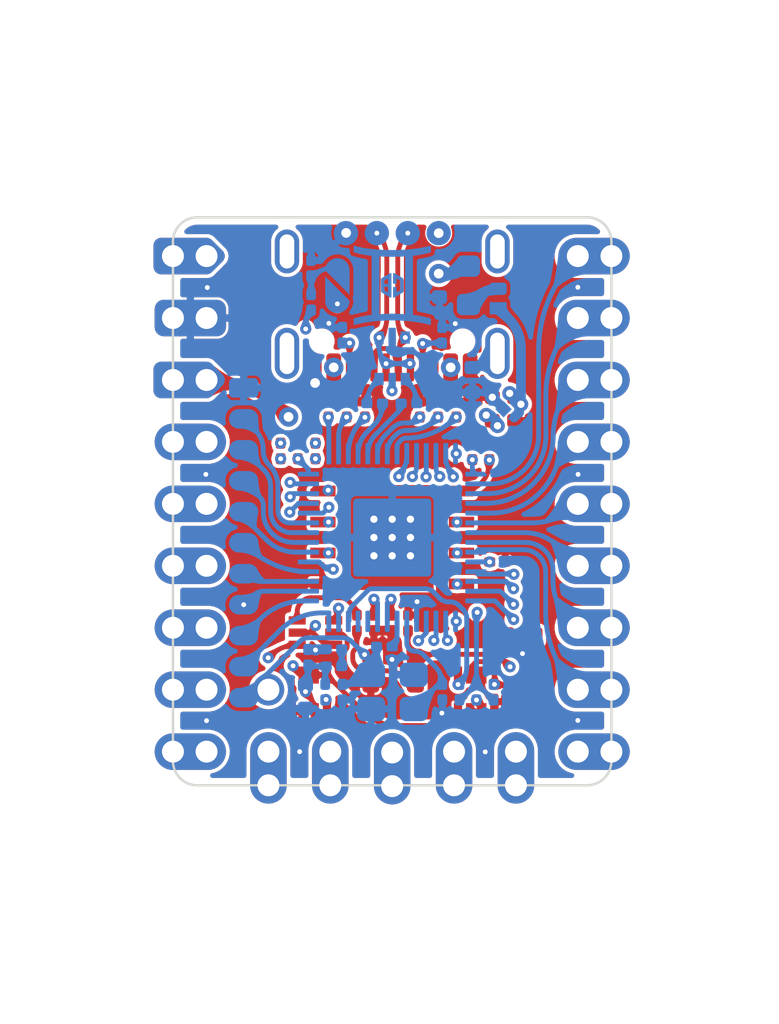
<source format=kicad_pcb>
(kicad_pcb (version 20240108) (generator "pcbnew") (generator_version "8.0")
  (title_block (title "Gemini") (date "2024-08-08") (rev "1.0") (company "0xCB") (comment 1 "Conor Burns"))
  (layers (0 "F.Cu" mixed) (1 "In1.Cu" power) (2 "In2.Cu" power) (31 "B.Cu" mixed) (34 "B.Paste" user) (35 "F.Paste" user) (36 "B.SilkS" user "B.Silkscreen") (37 "F.SilkS" user "F.Silkscreen") (38 "B.Mask" user) (39 "F.Mask" user) (44 "Edge.Cuts" user))
  (net 0 "")
  (net 1 "VBUS")
  (net 2 "GND")
  (net 3 "Net-(Q2B-G)")
  (net 4 "+5V")
  (net 5 "+3V3")
  (net 6 "Net-(U4-XTAL_IN)")
  (net 7 "Net-(C8-Pad2)")
  (net 8 "+1V1")
  (net 9 "Net-(D1-A)")
  (net 10 "Net-(D2-DIN)")
  (net 11 "/5V_GP16")
  (net 12 "Net-(J1-SHIELD)")
  (net 13 "/GP03")
  (net 14 "/GP12")
  (net 15 "/GP06")
  (net 16 "/GP00")
  (net 17 "/GP09")
  (net 18 "/GP01")
  (net 19 "/GP27")
  (net 20 "/GP14")
  (net 21 "/GP07")
  (net 22 "/GP05")
  (net 23 "/GP11")
  (net 24 "/GP08")
  (net 25 "/GP15")
  (net 26 "/GP29")
  (net 27 "/GP25")
  (net 28 "/GP23")
  (net 29 "/GP24")
  (net 30 "/GP21")
  (net 31 "/GP22")
  (net 32 "/GP19")
  (net 33 "/GP28")
  (net 34 "/GP20")
  (net 35 "/GP13")
  (net 36 "/GP04")
  (net 37 "/GP10")
  (net 38 "/GP18")
  (net 39 "/GP02")
  (net 40 "/PORT+")
  (net 41 "/GP26")
  (net 42 "/GP17")
  (net 43 "/PORT-")
  (net 44 "Net-(J1-CC2)")
  (net 47 "Net-(J1-CC1)")
  (net 48 "Net-(Q1A-D)")
  (net 49 "/RESET")
  (net 50 "/RST")
  (net 51 "/BOOT")
  (net 52 "Net-(Q2A-D)")
  (net 53 "Net-(R5-Pad2)")
  (net 54 "/QSPI_CS")
  (net 55 "/USB+")
  (net 56 "/D+")
  (net 57 "/D-")
  (net 58 "/USB-")
  (net 59 "Net-(U4-XTAL_OUT)")
  (net 60 "Net-(U5-B)")
  (net 61 "/QSPI_CLK")
  (net 62 "/QSPI_SD1")
  (net 63 "/QSPI_SD0")
  (net 64 "/QSPI_SD3")
  (net 65 "/QSPI_SD2")
  (net 66 "/GP16")
  (net 67 "/SWD_CLK")
  (net 68 "/SWD_IO")
  (net 69 "Net-(JP1-A)")
  (footprint "gemini:C_0201_0603Metric" (layer "F.Cu") (at 73.01 94.94 -90)
    (property "Reference" "C10" (hide yes))
    (property "Value" "1u")
  )
  (footprint "gemini:C_0201_0603Metric" (layer "F.Cu") (at 77.42 96.69 90)
    (property "Reference" "C16" (hide yes))
    (property "Value" "100n")
  )
  (footprint "gemini:C_0201_0603Metric" (layer "F.Cu") (at 74.78 103.7 -90)
    (property "Reference" "C20" (hide yes))
    (property "Value" "100n")
  )
  (footprint "gemini:C_0201_0603Metric" (layer "F.Cu") (at 76.76 94.94206 90)
    (property "Reference" "C19" (hide yes))
    (property "Value" "100n")
  )
  (footprint "gemini:1.9x2.8mm SW" (layer "F.Cu") (at 79.45 105.58 90)
    (property "Reference" "SW1" (hide yes))
    (property "Value" "SWITCH")
  )
  (footprint "gemini:C_0201_0603Metric" (layer "F.Cu") (at 78.45 101.2)
    (property "Reference" "C13" (hide yes))
    (property "Value" "100n")
  )
  (footprint "gemini:C_0201_0603Metric" (layer "F.Cu") (at 71.51 94.94206 90)
    (property "Reference" "C12" (hide yes))
    (property "Value" "100n")
  )
  (footprint "gemini:SOT-563" (layer "F.Cu") (at 77.33 106.59 -90)
    (property "Reference" "Q1")
    (property "Value" "2N7002VC-")
  )
  (footprint "gemini:C_0201_0603Metric" (layer "F.Cu") (at 74.08 103.7 -90)
    (property "Reference" "C15" (hide yes))
    (property "Value" "100n")
  )
  (footprint "gemini:LED_WS2812B-2020_PLCC4_2.0x2.0mm" (layer "F.Cu") (at 74.168616 105.659999)
    (property "Reference" "D2" (hide yes))
    (property "Value" "WS2812B")
  )
  (footprint "gemini:R_0201_0603Metric" (layer "F.Cu") (at 72.68 103.7 -90)
    (property "Reference" "R14" (hide yes))
    (property "Value" "27R")
  )
  (footprint "gemini:C_0201_0603Metric" (layer "F.Cu") (at 76.01 94.94206 90)
    (property "Reference" "C14" (hide yes))
    (property "Value" "100n")
  )
  (footprint "gemini:R_0201_0603Metric" (layer "F.Cu") (at 69.55 96.65 -90)
    (property "Reference" "R9" (hide yes))
    (property "Value" "1k")
  )
  (footprint "gemini:C_0201_0603Metric" (layer "F.Cu") (at 78.12 96.69 90)
    (property "Reference" "C6" (hide yes))
    (property "Value" "100n")
  )
  (footprint "gemini:W25Q128JVPIQ" (layer "F.Cu") (at 74.12951 100.2)
    (property "Reference" "U3" (hide yes))
    (property "Value" "W25Q128JVPIQ")
  )
  (footprint "gemini:USB_C_Receptacle_GCT_USB4105-xx-A_16P_TopMnt_Horizontal" (layer "F.Cu") (at 74.13 89.545 180)
    (property "Reference" "J1" (hide yes))
    (property "Value" "USB_C_Receptacle_USB2.0" (hide yes))
  )
  (footprint "gemini:C_0201_0603Metric" (layer "F.Cu") (at 70.26 96.65 90)
    (property "Reference" "C18" (hide yes))
    (property "Value" "100n")
  )
  (footprint "gemini:R_0201_0603Metric" (layer "F.Cu") (at 70.98 96.65 -90)
    (property "Reference" "R10" (hide yes))
    (property "Value" "10k")
  )
  (footprint "kikit:Tab" (layer "F.Cu") (at 81.16 110.61 90)
    (property "Reference" "REF**" (hide yes))
    (property "Value" "Tab")
  )
  (footprint "gemini:C_0201_0603Metric" (layer "F.Cu") (at 72.26 94.94206 -90)
    (property "Reference" "C9" (hide yes))
    (property "Value" "1u")
  )
  (footprint "gemini:SOT-563" (layer "F.Cu") (at 70.98 104.1 180)
    (property "Reference" "U5")
    (property "Value" "74LVC1T45")
  )
  (footprint "kikit:Tab" (layer "F.Cu") (at 67.1 110.65 90)
    (property "Reference" "REF**" (hide yes))
    (property "Value" "Tab")
  )
  (footprint "gemini:gemini" (layer "F.Cu") (at 74.12951 100.2)
    (property "Reference" "Gemini1" (hide yes))
    (property "Value" "~" (hide yes))
    (fp_line (start -9 9.16) (end -9 -12.13) (stroke (width 0.1)) (layer "Edge.Cuts"))
    (fp_line (start -8 -13.13) (end 8 -13.13) (stroke (width 0.1)) (layer "Edge.Cuts"))
    (fp_line (start -8 10.16) (end 8 10.16) (stroke (width 0.1)) (layer "Edge.Cuts"))
    (fp_line (start 9 9.16) (end 9 -12.13) (stroke (width 0.1)) (layer "Edge.Cuts"))
    (fp_arc (start -9 -12.13) (mid -8.707107 -12.837107) (end -8 -13.13) (stroke (width 0.1)) (layer "Edge.Cuts"))
    (fp_arc (start -8 10.16) (mid -8.707107 9.867107) (end -9 9.16) (stroke (width 0.1)) (layer "Edge.Cuts"))
    (fp_arc (start 8 -13.13) (mid 8.707107 -12.837107) (end 9 -12.13) (stroke (width 0.1)) (layer "Edge.Cuts"))
    (fp_arc (start 9 9.16) (mid 8.707107 9.867107) (end 8 10.16) (stroke (width 0.1)) (layer "Edge.Cuts"))
  )
  (footprint "gemini:C_0402_1005Metric" (layer "F.Cu") (at 79.16 94.93 -90)
    (property "Reference" "C4" (hide yes))
    (property "Value" "10u")
  )
  (footprint "gemini:C_0402_1005Metric" (layer "F.Cu") (at 78.24 94.93 90)
    (property "Reference" "C5" (hide yes))
    (property "Value" "10u")
  )
  (footprint "gemini:C_0201_0603Metric" (layer "F.Cu") (at 75.26 94.94206 90)
    (property "Reference" "C11" (hide yes))
    (property "Value" "100n")
  )
  (footprint "gemini:C_0201_0603Metric" (layer "F.Cu") (at 73.38 103.7 -90)
    (property "Reference" "C17" (hide yes))
    (property "Value" "100n")
  )
  (footprint "kikit:Tab" (layer "F.Cu") (at 74.14 86.59 -90)
    (property "Reference" "REF**" (hide yes))
    (property "Value" "Tab")
  )
  (footprint "gemini:SOT-563" (layer "F.Cu") (at 70.95 106.59 -90)
    (property "Reference" "Q2")
    (property "Value" "2N7002VC-")
  )
  (footprint "gemini:R_0201_0603Metric" (layer "B.Cu") (at 76.18 91.905 -90)
    (property "Reference" "R7" (hide yes))
    (property "Value" "5.1k")
  )
  (footprint "gemini:R_0201_0603Metric" (layer "B.Cu") (at 73.41 94.7)
    (property "Reference" "R12" (hide yes))
    (property "Value" "27")
  )
  (footprint "gemini:R_0201_0603Metric" (layer "B.Cu") (at 72.08 91.905 -90)
    (property "Reference" "R8" (hide yes))
    (property "Value" "5.1k")
  )
  (footprint "gemini:C_0201_0603Metric" (layer "B.Cu") (at 76.19 106.54 90)
    (property "Reference" "C7" (hide yes))
    (property "Value" "15p")
  )
  (footprint "gemini:R_0201_0603Metric" (layer "B.Cu") (at 74.82 94.7 180)
    (property "Reference" "R11" (hide yes))
    (property "Value" "27")
  )
  (footprint "gemini:R_0201_0603Metric" (layer "B.Cu") (at 71.74 105.48)
    (property "Reference" "R5" (hide yes))
    (property "Value" "51k")
  )
  (footprint "gemini:R_0201_0603Metric" (layer "B.Cu") (at 73.81 104.67)
    (property "Reference" "R13" (hide yes))
    (property "Value" "1k")
  )
  (footprint "gemini:Fuse_0603_1608Metric" (layer "B.Cu") (at 77.26 89.86 -90)
    (property "Reference" "F1")
    (property "Value" "500mA")
  )
  (footprint "gemini:R_0201_0603Metric" (layer "B.Cu") (at 71.74 104.78 180)
    (property "Reference" "R6" (hide yes))
    (property "Value" "51k")
  )
  (footprint "gemini:Crystal_SMD_2520-4Pin_2.5x2.0mm" (layer "B.Cu") (at 74.14 106.53)
    (property "Reference" "Y1")
    (property "Value" "12MHz")
  )
  (footprint "gemini:C_0201_0603Metric" (layer "B.Cu") (at 72.09 106.54 90)
    (property "Reference" "C8" (hide yes))
    (property "Value" "15p")
  )
  (footprint "gemini:X2SON-4" (layer "B.Cu") (at 78.7 94.94)
    (property "Reference" "U2" (hide yes))
    (property "Value" "TLV75533PDQNR")
  )
  (footprint "gemini:SOT-666" (layer "B.Cu") (at 74.13 92.85 -90)
    (property "Reference" "U1")
    (property "Value" "USBLC6-2P6")
  )
  (footprint "gemini:R_0201_0603Metric" (layer "B.Cu") (at 78.29 106.54 90)
    (property "Reference" "R1" (hide yes))
    (property "Value" "10k")
  )
  (footprint "gemini:R_0201_0603Metric" (layer "B.Cu") (at 76.89 106.54 90)
    (property "Reference" "R3" (hide yes))
    (property "Value" "10k")
  )
  (footprint "gemini:R_0201_0603Metric" (layer "B.Cu") (at 70.8 89.155 90)
    (property "Reference" "R16" (hide yes))
    (property "Value" "10k")
  )
  (footprint "gemini:C_0402_1005Metric" (layer "B.Cu") (at 70.57 106.73 -90)
    (property "Reference" "C3" (hide yes))
    (property "Value" "10u")
  )
  (footprint "gemini:C_0201_0603Metric" (layer "B.Cu") (at 70.68 105.11 90)
    (property "Reference" "C2" (hide yes))
    (property "Value" "4.7u")
  )
  (footprint "gemini:R_0201_0603Metric" (layer "B.Cu") (at 70.8 90.555 90)
    (property "Reference" "R15" (hide yes))
    (property "Value" "5.1k")
  )
  (footprint "gemini:R_0201_0603Metric" (layer "B.Cu") (at 77.59 106.54 -90)
    (property "Reference" "R2" (hide yes))
    (property "Value" "10k")
  )
  (footprint "gemini:SOD882D" (layer "B.Cu") (at 78.48 90.4 -90)
    (property "Reference" "D1" (hide yes))
    (property "Value" "PMEG2010BELD" (hide yes))
  )
  (footprint "gemini:C_0402_1005Metric" (layer "B.Cu") (at 76.07 89.86 -90)
    (property "Reference" "C1" (hide yes))
    (property "Value" "10u")
  )
  (footprint "gemini:RP2040-QFN-56" (layer "B.Cu") (at 74.12951 100.2 180)
    (property "Reference" "U4" (hide yes))
    (property "Value" "RP2040")
  )
  (footprint "gemini:R_0402_1005Metric" (layer "B.Cu") (at 77.42 93.74 -90)
    (property "Reference" "FB1" (hide yes))
    (property "Value" "600R")
  )
  (footprint "gemini:R_0201_0603Metric" (layer "B.Cu") (at 71.38 106.54 90)
    (property "Reference" "R4" (hide yes))
    (property "Value" "51k")
  )
  (footprint "gemini:SolderJumper-Small" (layer "B.Cu") (at 71.88 89.87 -90)
    (property "Reference" "JP1" (hide yes))
    (property "Value" "sense")
  )
  (gr_poly (pts (xy 74.060576 89.357254) (xy 74.058286 89.357556) (xy 74.056001 89.358016) (xy 74.053726 89.358638) (xy 74.051469 89.359427) (xy 74.049236 89.360385) (xy 74.047034 89.361518) (xy 73.71017 89.554711) (xy 73.704806 89.558067) (xy 73.699833 89.561617) (xy 73.695245 89.565352) (xy 73.691035 89.569261) (xy 73.687199 89.573336) (xy 73.683728 89.577567) (xy 73.680617 89.581943) (xy 73.67786 89.586457) (xy 73.675451 89.591098) (xy 73.673383 89.595856) (xy 73.67165 89.600723) (xy 73.670246 89.605688) (xy 73.669165 89.610742) (xy 73.668401 89.615876) (xy 73.667947 89.62108) (xy 73.667797 89.626344) (xy 73.672034 90.086533) (xy 73.672136 90.09361) (xy 73.672452 90.10021) (xy 73.672997 90.106365) (xy 73.673361 90.109285) (xy 73.673788 90.112106) (xy 73.674281 90.114832) (xy 73.67484 90.117466) (xy 73.675468 90.120013) (xy 73.676168 90.122476) (xy 73.67694 90.12486) (xy 73.677787 90.127169) (xy 73.678711 90.129405) (xy 73.679714 90.131575) (xy 73.680797 90.13368) (xy 73.681963 90.135726) (xy 73.683214 90.137717) (xy 73.684551 90.139655) (xy 73.685977 90.141547) (xy 73.687493 90.143394) (xy 73.689101 90.145201) (xy 73.690804 90.146973) (xy 73.692603 90.148713) (xy 73.694499 90.150425) (xy 73.696497 90.152114) (xy 73.698596 90.153782) (xy 73.700799 90.155435) (xy 73.703108 90.157075) (xy 73.708051 90.160337) (xy 74.044915 90.360041) (xy 74.047496 90.361168) (xy 74.050072 90.362108) (xy 74.052639 90.362867) (xy 74.05519 90.36345) (xy 74.05772 90.363861) (xy 74.060226 90.364105) (xy 74.062701 90.364187) (xy 74.065141 90.364111) (xy 74.067541 90.363883) (xy 74.069895 90.363507) (xy 74.072199 90.362988) (xy 74.074448 90.362331) (xy 74.076636 90.36154) (xy 74.078758 90.36062) (xy 74.08081 90.359576) (xy 74.082786 90.358413) (xy 74.084681 90.357136) (xy 74.086491 90.355749) (xy 74.08821 90.354256) (xy 74.089833 90.352664) (xy 74.091355 90.350977) (xy 74.092771 90.349198) (xy 74.094077 90.347334) (xy 74.095266 90.345389) (xy 74.096334 90.343367) (xy 74.097276 90.341274) (xy 74.098088 90.339115) (xy 74.098763 90.336893) (xy 74.099296 90.334614) (xy 74.099684 90.332282) (xy 74.09992 90.329903) (xy 74.1 90.327481) (xy 74.1 90.136459) (xy 73.953813 90.136459) (xy 73.805509 90.066996) (xy 73.805509 89.92373) (xy 73.953813 89.92373) (xy 73.953813 90.136459) (xy 74.1 90.136459) (xy 74.1 89.8) (xy 73.953813 89.8) (xy 73.805509 89.8) (xy 73.805509 89.656734) (xy 73.953813 89.587271) (xy 73.953813 89.8) (xy 74.1 89.8) (xy 74.1 89.391908) (xy 74.099914 89.389492) (xy 74.099661 89.387131) (xy 74.099247 89.384829) (xy 74.09868 89.382589) (xy 74.097965 89.380416) (xy 74.097109 89.378315) (xy 74.096119 89.376287) (xy 74.095001 89.374339) (xy 74.093762 89.372473) (xy 74.092409 89.370694) (xy 74.090948 89.369005) (xy 74.089386 89.367411) (xy 74.087729 89.365916) (xy 74.085984 89.364523) (xy 74.084157 89.363237) (xy 74.082256 89.362061) (xy 74.080287 89.360999) (xy 74.078255 89.360056) (xy 74.076169 89.359236) (xy 74.074034 89.358542) (xy 74.071857 89.357978) (xy 74.069645 89.357549) (xy 74.067404 89.357258) (xy 74.065141 89.357109) (xy 74.062863 89.357106)) (stroke (width -0.000001)) (fill solid) (layer "B.Cu"))
  (gr_poly (pts (xy 72.566788 88.23478) (xy 72.565833 88.234832) (xy 72.564886 88.234931) (xy 72.563948 88.235077) (xy 72.563021 88.235267) (xy 72.562107 88.235503) (xy 72.561207 88.235781) (xy 72.560322 88.236103) (xy 72.559454 88.236467) (xy 72.558604 88.236872) (xy 72.557775 88.237317) (xy 72.556968 88.237801) (xy 72.556184 88.238325) (xy 72.555424 88.238886) (xy 72.554691 88.239485) (xy 72.553986 88.240119) (xy 72.55331 88.240789) (xy 72.552666 88.241494) (xy 72.552054 88.242232) (xy 72.551476 88.243004) (xy 72.550933 88.243807) (xy 72.550428 88.244642) (xy 72.549962 88.245507) (xy 72.549536 88.246402) (xy 72.549151 88.247326) (xy 72.548811 88.248277) (xy 72.548515 88.249256) (xy 72.548329 88.249939) (xy 72.548167 88.250604) (xy 72.548031 88.251256) (xy 72.547919 88.251902) (xy 72.547833 88.252548) (xy 72.547771 88.2532) (xy 72.547733 88.253865) (xy 72.547721 88.254548) (xy 72.547721 88.490821) (xy 72.547741 88.491709) (xy 72.5478 88.492587) (xy 72.547898 88.493454) (xy 72.548034 88.494309) (xy 72.548207 88.495152) (xy 72.548415 88.495981) (xy 72.548659 88.496796) (xy 72.548936 88.497596) (xy 72.549247 88.498381) (xy 72.549591 88.499148) (xy 72.549966 88.499898) (xy 72.550372 88.500629) (xy 72.550808 88.501342) (xy 72.551272 88.502034) (xy 72.552285 88.503355) (xy 72.553403 88.504587) (xy 72.55462 88.505722) (xy 72.555928 88.506753) (xy 72.55732 88.507675) (xy 72.558046 88.508093) (xy 72.55879 88.508481) (xy 72.559552 88.508838) (xy 72.560331 88.509164) (xy 72.561126 88.509458) (xy 72.561935 88.509718) (xy 72.562759 88.509944) (xy 72.563596 88.510135) (xy 72.609808 88.523256) (xy 72.655973 88.535829) (xy 72.702095 88.547849) (xy 72.748176 88.559315) (xy 72.79422 88.570222) (xy 72.84023 88.580568) (xy 72.886209 88.59035) (xy 72.932161 88.599564) (xy 72.976028 88.607837) (xy 73.019919 88.615588) (xy 73.063836 88.622819) (xy 73.107778 88.629528) (xy 73.151744 88.635717) (xy 73.195735 88.641385) (xy 73.239751 88.646532) (xy 73.283792 88.651158) (xy 73.283792 91.068127) (xy 73.201395 91.07914) (xy 73.117336 91.091939) (xy 73.03164 91.106524) (xy 72.944331 91.122895) (xy 72.851711 91.141954) (xy 72.757205 91.163046) (xy 72.660814 91.186222) (xy 72.562538 91.211531) (xy 72.561728 91.21177) (xy 72.560935 91.212041) (xy 72.560161 91.212343) (xy 72.559405 91.212675) (xy 72.558669 91.213036) (xy 72.557952 91.213425) (xy 72.557256 91.213841) (xy 72.55658 91.214284) (xy 72.555926 91.214753) (xy 72.555293 91.215246) (xy 72.554683 91.215763) (xy 72.554096 91.216303) (xy 72.553532 91.216865) (xy 72.552993 91.217448) (xy 72.552477 91.218052) (xy 72.551987 91.218675) (xy 72.551523 91.219316) (xy 72.551084 91.219976) (xy 72.550672 91.220652) (xy 72.550288 91.221344) (xy 72.549931 91.222052) (xy 72.549602 91.222773) (xy 72.549302 91.223508) (xy 72.549031 91.224256) (xy 72.548791 91.225015) (xy 72.54858 91.225785) (xy 72.548401 91.226564) (xy 72.548253 91.227353) (xy 72.548137 91.22815) (xy 72.548053 91.228954) (xy 72.548002 91.229765) (xy 72.547985 91.230581) (xy 72.547985 91.466854) (xy 72.548011 91.467864) (xy 72.548086 91.468861) (xy 72.54821 91.469844) (xy 72.548382 91.47081) (xy 72.5486 91.471759) (xy 72.548863 91.472689) (xy 72.54917 91.4736) (xy 72.549519 91.47449) (xy 72.54991 91.475357) (xy 72.550342 91.476202) (xy 72.550812 91.477022) (xy 72.55132 91.477816) (xy 72.551865 91.478583) (xy 72.552445 91.479322) (xy 72.55306 91.480032) (xy 72.553707 91.480711) (xy 72.554386 91.481359) (xy 72.555096 91.481973) (xy 72.555835 91.482554) (xy 72.556602 91.483098) (xy 72.557397 91.483607) (xy 72.558217 91.484077) (xy 72.559061 91.484508) (xy 72.559929 91.484899) (xy 72.560819 91.485249) (xy 72.561729 91.485556) (xy 72.56266 91.485819) (xy 72.563609 91.486037) (xy 72.564575 91.486208) (xy 72.565557 91.486332) (xy 72.566554 91.486408) (xy 72.567565 91.486433) (xy 72.568446 91.48642) (xy 72.569305 91.486379) (xy 72.570146 91.486307) (xy 72.57056 91.486259) (xy 72.570971 91.486201) (xy 72.571379 91.486135) (xy 72.571784 91.486058) (xy 72.572187 91.485972) (xy 72.572587 91.485875) (xy 72.572987 91.485767) (xy 72.573385 91.485648) (xy 72.573782 91.485517) (xy 72.574179 91.485374) (xy 72.664915 91.46269) (xy 72.756547 91.441466) (xy 72.849079 91.421699) (xy 72.942512 91.403387) (xy 73.036851 91.386525) (xy 73.132098 91.371112) (xy 73.228257 91.357143) (xy 73.325331 91.344616) (xy 73.423409 91.333553) (xy 73.522379 91.323975) (xy 73.622243 91.315878) (xy 73.723 91.309261) (xy 73.824649 91.30412) (xy 73.927192 91.300452) (xy 74.030628 91.298253) (xy 74.134956 91.29752) (xy 74.239371 91.298253) (xy 74.342869 91.300452) (xy 74.445449 91.30412) (xy 74.547111 91.309261) (xy 74.647855 91.315878) (xy 74.747681 91.323975) (xy 74.84659 91.333553) (xy 74.944581 91.344616) (xy 75.041742 91.357155) (xy 75.137967 91.371157) (xy 75.233261 91.386623) (xy 75.327631 91.403552) (xy 75.421084 91.421945) (xy 75.513625 91.441801) (xy 75.605261 91.463121) (xy 75.695998 91.485904) (xy 75.69699 91.486125) (xy 75.69798 91.486295) (xy 75.698968 91.486415) (xy 75.699951 91.486484) (xy 75.700928 91.486504) (xy 75.701898 91.486476) (xy 75.70286 91.486401) (xy 75.703811 91.48628) (xy 75.704751 91.486113) (xy 75.705677 91.485902) (xy 75.706589 91.485647) (xy 75.707485 91.48535) (xy 75.708364 91.485011) (xy 75.709224 91.484632) (xy 75.710063 91.484212) (xy 75.71088 91.483754) (xy 75.711675 91.483258) (xy 75.712444 91.482724) (xy 75.713188 91.482155) (xy 75.713904 91.48155) (xy 75.71459 91.480911) (xy 75.715246 91.480238) (xy 75.715871 91.479534) (xy 75.716461 91.478797) (xy 75.717017 91.47803) (xy 75.717537 91.477233) (xy 75.718019 91.476408) (xy 75.718461 91.475554) (xy 75.718863 91.474674) (xy 75.719223 91.473768) (xy 75.719539 91.472836) (xy 75.71981 91.471881) (xy 75.719821 91.471111) (xy 75.719851 91.470384) (xy 75.719894 91.469695) (xy 75.719942 91.469036) (xy 75.720033 91.467788) (xy 75.720063 91.467186) (xy 75.720075 91.466589) (xy 75.720075 91.230316) (xy 75.720055 91.229427) (xy 75.719996 91.228547) (xy 75.719898 91.227677) (xy 75.719762 91.226817) (xy 75.719589 91.225969) (xy 75.719381 91.225133) (xy 75.719137 91.224311) (xy 75.71886 91.223503) (xy 75.718548 91.222711) (xy 75.718205 91.221936) (xy 75.71783 91.221178) (xy 75.717424 91.220438) (xy 75.716524 91.219018) (xy 75.715511 91.217682) (xy 75.714393 91.21644) (xy 75.713176 91.215299) (xy 75.712533 91.214769) (xy 75.711868 91.214266) (xy 75.711182 91.213793) (xy 75.710476 91.21335) (xy 75.70975 91.212938) (xy 75.709006 91.212557) (xy 75.708244 91.21221) (xy 75.707465 91.211897) (xy 75.70667 91.211618) (xy 75.705861 91.211376) (xy 75.705037 91.21117) (xy 75.7042 91.211002) (xy 75.606474 91.185846) (xy 75.510558 91.162748) (xy 75.416478 91.141685) (xy 75.324258 91.122631) (xy 75.236793 91.106111) (xy 75.150989 91.091476) (xy 75.066823 91.078727) (xy 74.984269 91.067862) (xy 74.984269 88.673912) (xy 74.661477 88.673912) (xy 74.661477 91.046431) (xy 74.661213 91.046431) (xy 74.603471 91.040866) (xy 74.544167 91.036046) (xy 74.483326 91.03192) (xy 74.420971 91.028439) (xy 74.351373 91.025467) (xy 74.280312 91.023313) (xy 74.207812 91.022002) (xy 74.133898 91.02156) (xy 74.059835 91.022002) (xy 73.987286 91.023313) (xy 73.916274 91.025467) (xy 73.846825 91.028439) (xy 73.78447 91.03192) (xy 73.723629 91.036046) (xy 73.664325 91.040866) (xy 73.606584 91.046431) (xy 73.606584 88.673912) (xy 73.659273 88.676934) (xy 73.714963 88.679634) (xy 73.77368 88.681986) (xy 73.835448 88.683966) (xy 73.906042 88.685703) (xy 73.979315 88.686943) (xy 74.055267 88.687687) (xy 74.133898 88.687935) (xy 74.212529 88.687687) (xy 74.288481 88.686943) (xy 74.361754 88.685703) (xy 74.432348 88.683966) (xy 74.49412 88.682023) (xy 74.552866 88.679733) (xy 74.608635 88.677046) (xy 74.661477 88.673912) (xy 74.984269 88.673912) (xy 74.984269 88.650894) (xy 75.028124 88.646267) (xy 75.071982 88.64112) (xy 75.115847 88.635453) (xy 75.159721 88.629264) (xy 75.203607 88.622554) (xy 75.247509 88.615324) (xy 75.291429 88.607572) (xy 75.335371 88.5993) (xy 75.381532 88.590073) (xy 75.427744 88.580258) (xy 75.474004 88.56986) (xy 75.520315 88.558885) (xy 75.566675 88.547339) (xy 75.613084 88.535229) (xy 75.659543 88.522561) (xy 75.706052 88.509341) (xy 75.706837 88.509126) (xy 75.707605 88.508878) (xy 75.708354 88.508597) (xy 75.709085 88.508285) (xy 75.709798 88.507943) (xy 75.71049 88.507572) (xy 75.711163 88.507172) (xy 75.711815 88.506745) (xy 75.712446 88.506292) (xy 75.713056 88.505813) (xy 75.713644 88.50531) (xy 75.71421 88.504784) (xy 75.714752 88.504235) (xy 75.715272 88.503664) (xy 75.715767 88.503073) (xy 75.716239 88.502462) (xy 75.716685 88.501833) (xy 75.717106 88.501186) (xy 75.717501 88.500523) (xy 75.71787 88.499843) (xy 75.718213 88.499149) (xy 75.718528 88.498442) (xy 75.718815 88.497721) (xy 75.719075 88.496989) (xy 75.719305 88.496246) (xy 75.719506 88.495492) (xy 75.719678 88.49473) (xy 75.71982 88.49396) (xy 75.719931 88.493184) (xy 75.720011 88.492401) (xy 75.720059 88.491613) (xy 75.720075 88.490821) (xy 75.720075 88.254548) (xy 75.72005 88.253537) (xy 75.719974 88.25254) (xy 75.71985 88.251558) (xy 75.719679 88.250592) (xy 75.719461 88.249643) (xy 75.719198 88.248713) (xy 75.718891 88.247802) (xy 75.718541 88.246912) (xy 75.71815 88.246044) (xy 75.717719 88.2452) (xy 75.717249 88.24438) (xy 75.71674 88.243586) (xy 75.716195 88.242818) (xy 75.715615 88.242079) (xy 75.715001 88.241369) (xy 75.714353 88.24069) (xy 75.713674 88.240043) (xy 75.712964 88.239428) (xy 75.712225 88.238848) (xy 75.711458 88.238303) (xy 75.710664 88.237795) (xy 75.709844 88.237325) (xy 75.708999 88.236893) (xy 75.708132 88.236502) (xy 75.707242 88.236153) (xy 75.706331 88.235846) (xy 75.705401 88.235583) (xy 75.704452 88.235365) (xy 75.703486 88.235193) (xy 75.702503 88.235069) (xy 75.701506 88.234994) (xy 75.700496 88.234969) (xy 75.700049 88.234975) (xy 75.699603 88.234992) (xy 75.699158 88.235021) (xy 75.698714 88.23506) (xy 75.697831 88.235164) (xy 75.696957 88.235299) (xy 75.696096 88.235459) (xy 75.69525 88.235638) (xy 75.694422 88.23583) (xy 75.693617 88.236027) (xy 75.613224 88.257272) (xy 75.530596 88.277153) (xy 75.445729 88.29567) (xy 75.358621 88.312822) (xy 75.269268 88.32861) (xy 75.177667 88.343034) (xy 75.083815 88.356094) (xy 74.987708 88.367789) (xy 74.889047 88.37812) (xy 74.788122 88.387083) (xy 74.684927 88.394676) (xy 74.579456 88.400895) (xy 74.471704 88.405738) (xy 74.361663 88.409201) (xy 74.249328 88.411281) (xy 74.134692 88.411975) (xy 74.019945 88.411281) (xy 73.907481 88.409201) (xy 73.797298 88.405738) (xy 73.689398 88.400895) (xy 73.58378 88.394676) (xy 73.480443 88.387083) (xy 73.379389 88.37812) (xy 73.280617 88.367789) (xy 73.184138 88.356082) (xy 73.089956 88.342989) (xy 72.998062 88.328513) (xy 72.908447 88.312657) (xy 72.821102 88.295424) (xy 72.736018 88.276818) (xy 72.653184 88.256842) (xy 72.572592 88.235498) (xy 72.571623 88.235251) (xy 72.570653 88.235056) (xy 72.569683 88.234913) (xy 72.568714 88.234819) (xy 72.567749 88.234775)) (stroke (width -0.000001)) (fill solid) (layer "B.Cu"))
  (gr_poly (pts (xy 74.202404 89.358476) (xy 74.200536 89.358576) (xy 74.198681 89.358768) (xy 74.196841 89.359052) (xy 74.19502 89.359426) (xy 74.19322 89.35989) (xy 74.191445 89.360443) (xy 74.189699 89.361085) (xy 74.187983 89.361813) (xy 74.186301 89.362629) (xy 74.184657 89.36353) (xy 74.183053 89.364517) (xy 74.181493 89.365587) (xy 74.179979 89.366741) (xy 74.178514 89.367978) (xy 74.177103 89.369297) (xy 74.175747 89.370696) (xy 74.17445 89.372177) (xy 74.173216 89.373736) (xy 74.172046 89.375374) (xy 74.170945 89.37709) (xy 74.169915 89.378884) (xy 74.169145 89.380586) (xy 74.168425 89.382432) (xy 74.167755 89.384412) (xy 74.167134 89.386515) (xy 74.166563 89.388733) (xy 74.166042 89.391056) (xy 74.16557 89.393474) (xy 74.165148 89.395978) (xy 74.164776 89.398558) (xy 74.164453 89.401205) (xy 74.16418 89.40391) (xy 74.163956 89.406662) (xy 74.163782 89.409452) (xy 74.163658 89.412271) (xy 74.163584 89.415109) (xy 74.163559 89.417956) (xy 74.163559 89.795658) (xy 74.311864 89.795658) (xy 74.311864 89.624173) (xy 74.311923 89.622261) (xy 74.312137 89.619866) (xy 74.312562 89.617114) (xy 74.313254 89.614134) (xy 74.314269 89.611051) (xy 74.314915 89.609512) (xy 74.315663 89.607995) (xy 74.316519 89.606515) (xy 74.317491 89.60509) (xy 74.318585 89.603735) (xy 74.319809 89.602466) (xy 74.321169 89.601299) (xy 74.322673 89.600249) (xy 74.324328 89.599332) (xy 74.32614 89.598566) (xy 74.328117 89.597964) (xy 74.330265 89.597544) (xy 74.332591 89.597321) (xy 74.335103 89.597311) (xy 74.337807 89.59753) (xy 74.340711 89.597993) (xy 74.343821 89.598718) (xy 74.347144 89.599719) (xy 74.350688 89.601012) (xy 74.354459 89.602614) (xy 74.358465 89.604541) (xy 74.362711 89.606808) (xy 74.460169 89.661075) (xy 74.460169 90.060484) (xy 74.362711 90.114752) (xy 74.358465 90.116827) (xy 74.354459 90.118587) (xy 74.350688 90.120045) (xy 74.347144 90.121217) (xy 74.343821 90.122117) (xy 74.340711 90.12276) (xy 74.337807 90.12316) (xy 74.335103 90.123333) (xy 74.332591 90.123292) (xy 74.330265 90.123054) (xy 74.328117 90.122631) (xy 74.32614 90.12204) (xy 74.324328 90.121294) (xy 74.322673 90.120409) (xy 74.321169 90.119399) (xy 74.319809 90.118279) (xy 74.318585 90.117064) (xy 74.317491 90.115768) (xy 74.316519 90.114406) (xy 74.315663 90.112992) (xy 74.314269 90.110071) (xy 74.313254 90.107121) (xy 74.312562 90.104259) (xy 74.312137 90.101605) (xy 74.311923 90.099275) (xy 74.311864 90.097386) (xy 74.311864 89.925901) (xy 74.163559 89.925901) (xy 74.163559 90.303603) (xy 74.163658 90.309288) (xy 74.163956 90.314897) (xy 74.164453 90.320354) (xy 74.165148 90.325581) (xy 74.16557 90.328085) (xy 74.166042 90.330503) (xy 74.166563 90.332826) (xy 74.167134 90.335044) (xy 74.167755 90.337148) (xy 74.168425 90.339127) (xy 74.169145 90.340973) (xy 74.169915 90.342676) (xy 74.170945 90.344469) (xy 74.172046 90.346185) (xy 74.173216 90.347823) (xy 74.17445 90.349383) (xy 74.175747 90.350863) (xy 74.177103 90.352262) (xy 74.178514 90.353581) (xy 74.179979 90.354818) (xy 74.181493 90.355972) (xy 74.183053 90.357043) (xy 74.184657 90.358029) (xy 74.186301 90.35893) (xy 74.187983 90.359746) (xy 74.189699 90.360475) (xy 74.191445 90.361116) (xy 74.19322 90.361669) (xy 74.19502 90.362133) (xy 74.196841 90.362508) (xy 74.198681 90.362791) (xy 74.200536 90.362983) (xy 74.202404 90.363083) (xy 74.204281 90.36309) (xy 74.206164 90.363004) (xy 74.208051 90.362822) (xy 74.209937 90.362546) (xy 74.21182 90.362173) (xy 74.213697 90.361703) (xy 74.215565 90.361135) (xy 74.21742 90.360469) (xy 74.21926 90.359703) (xy 74.221082 90.358837) (xy 74.222881 90.35787) (xy 74.356356 90.281896) (xy 74.362711 90.277555) (xy 74.549152 90.166849) (xy 74.554611 90.163102) (xy 74.559853 90.159162) (xy 74.564859 90.154987) (xy 74.56961 90.150535) (xy 74.571885 90.148192) (xy 74.574088 90.145764) (xy 74.576219 90.143247) (xy 74.578275 90.140635) (xy 74.580253 90.137923) (xy 74.582151 90.135105) (xy 74.583967 90.132177) (xy 74.585699 90.129133) (xy 74.587343 90.125968) (xy 74.588898 90.122677) (xy 74.590362 90.119256) (xy 74.591732 90.115697) (xy 74.593005 90.111998) (xy 74.59418 90.108151) (xy 74.595255 90.104153) (xy 74.596226 90.099998) (xy 74.597091 90.095681) (xy 74.597849 90.091196) (xy 74.598496 90.086539) (xy 74.599031 90.081704) (xy 74.599451 90.076686) (xy 74.599754 90.07148) (xy 74.599938 90.066082) (xy 74.599999 90.060484) (xy 74.597881 89.671929) (xy 74.598009 89.660071) (xy 74.597612 89.648903) (xy 74.596712 89.638403) (xy 74.595332 89.628548) (xy 74.593492 89.619317) (xy 74.591215 89.610687) (xy 74.588521 89.602635) (xy 74.585434 89.59514) (xy 74.581974 89.588179) (xy 74.578163 89.58173) (xy 74.574024 89.575771) (xy 74.569577 89.570279) (xy 74.564845 89.565232) (xy 74.559849 89.560608) (xy 74.55461 89.556385) (xy 74.549152 89.55254) (xy 74.362711 89.444005) (xy 74.356356 89.437493) (xy 74.222881 89.363689) (xy 74.221082 89.362722) (xy 74.21926 89.361856) (xy 74.21742 89.361091) (xy 74.215565 89.360424) (xy 74.213697 89.359857) (xy 74.21182 89.359387) (xy 74.209937 89.359014) (xy 74.208051 89.358737) (xy 74.206164 89.358555) (xy 74.204281 89.358469)) (stroke (width -0.000001)) (fill solid) (layer "B.Cu"))
  (via (at 76.03951 87.72) (size 0.8) (drill 0.4) (layers "F.Cu" "B.Cu") (net 1))
  (via (at 76.03951 89.38) (size 0.8) (drill 0.4) (layers "F.Cu" "B.Cu") (net 1))
  (via (at 76.53 93.225) (size 0.8) (drill 0.4) (layers "F.Cu" "B.Cu") (net 1))
  (via (at 71.73 93.225) (size 0.8) (drill 0.4) (layers "F.Cu" "B.Cu") (net 1))
  (via (at 70.58 91.65) (size 0.46) (drill 0.2) (layers "F.Cu" "B.Cu") (net 1))
  (segment (start 77.245393 89.087107) (end 77.26 89.0725) (width 0.4) (layer "B.Cu") (net 1))
  (segment (start 76.041248 89.378262) (end 76.636636 89.378262) (width 0.4) (layer "B.Cu") (net 1))
  (segment (start 70.58 91.65) (end 70.58 91.406097) (width 0.2) (layer "B.Cu") (net 1))
  (segment (start 76.03951 89.38) (end 76.041248 89.378262) (width 0.4) (layer "B.Cu") (net 1))
  (arc (start 70.58 91.406097) (mid 70.637171 91.118681) (end 70.8 90.875) (width 0.2) (layer "B.Cu") (net 1))
  (arc (start 76.636636 89.378262) (mid 76.96586 89.283998) (end 77.245393 89.087107) (width 0.4) (layer "B.Cu") (net 1))
  (segment (start 70.93 93.829821) (end 70.93 93.225) (width 0.4) (layer "F.Cu") (net 2))
  (segment (start 73.00794 94.62206) (end 73.01 94.62) (width 0.4) (layer "F.Cu") (net 2))
  (segment (start 72.162842 104.851002) (end 72.161001 104.852843) (width 0.2) (layer "F.Cu") (net 2))
  (segment (start 77.42 96.37) (end 78.12 96.37) (width 0.4) (layer "F.Cu") (net 2))
  (segment (start 72.162842 104.851002) (end 72.235166 104.778642) (width 0.2) (layer "F.Cu") (net 2))
  (segment (start 77.33 93.225) (end 77.33 93.54) (width 0.4) (layer "F.Cu") (net 2))
  (segment (start 72.150002 104.217158) (end 72.162843 104.229999) (width 0.2) (layer "F.Cu") (net 2))
  (segment (start 71.51 94.62206) (end 73.00794 94.62206) (width 0.4) (layer "F.Cu") (net 2))
  (segment (start 74.78 103.38) (end 74.78 103.2) (width 0.2) (layer "F.Cu") (net 2))
  (segment (start 71.507763 94.619823) (end 71.51 94.62206) (width 0.4) (layer "F.Cu") (net 2))
  (segment (start 71.975173 104.97) (end 71.30767 104.97) (width 0.2) (layer "F.Cu") (net 2))
  (segment (start 74.78 103.2) (end 75.15 102.83) (width 0.2) (layer "F.Cu") (net 2))
  (segment (start 71.507763 94.619823) (end 71.182638 94.294694) (width 0.4) (layer "F.Cu") (net 2))
  (segment (start 70.93 93.225) (end 70.93 93.684768) (width 0.4) (layer "F.Cu") (net 2))
  (segment (start 77.33 93.54) (end 78.24 94.45) (width 0.4) (layer "F.Cu") (net 2))
  (segment (start 72.161001 104.852843) (end 72.092374 104.921459) (width 0.2) (layer "F.Cu") (net 2))
  (segment (start 72.28 104.42552) (end 72.28 104.670366) (width 0.2) (layer "F.Cu") (net 2))
  (segment (start 71.73 104.1) (end 71.867159 104.1) (width 0.2) (layer "F.Cu") (net 2))
  (segment (start 70.963155 93.862976) (end 70.93 93.829821) (width 0.4) (layer "F.Cu") (net 2))
  (segment (start 73.38 104.02) (end 74.08 104.02) (width 0.4) (layer "F.Cu") (net 2))
  (segment (start 71.024827 104.852842) (end 70.981985 104.81) (width 0.2) (layer "F.Cu") (net 2))
  (segment (start 72.162843 104.229999) (end 72.224605 104.29177) (width 0.2) (layer "F.Cu") (net 2))
  (segment (start 76.76 94.62206) (end 75.26 94.62206) (width 0.4) (layer "F.Cu") (net 2))
  (via (at 76.17 107.4) (size 0.46) (drill 0.2) (layers "F.Cu" "B.Cu") (net 2))
  (via (at 81.75 107.7) (size 0.46) (drill 0.2) (layers "F.Cu" "B.Cu") (net 2))
  (via (at 74.12951 99.45) (size 0.6) (drill 0.3) (layers "F.Cu" "B.Cu") (net 2))
  (via (at 71.53 91.42) (size 0.46) (drill 0.2) (layers "F.Cu" "B.Cu") (net 2))
  (via (at 66.48 97.61) (size 0.46) (drill 0.2) (layers "F.Cu" "B.Cu") (net 2))
  (via (at 79.48 104.96) (size 0.46) (drill 0.2) (layers "F.Cu" "B.Cu") (net 2))
  (via (at 70.33 108.98) (size 0.46) (drill 0.2) (layers "F.Cu" "B.Cu") (net 2))
  (via (at 66.51 107.71) (size 0.46) (drill 0.2) (layers "F.Cu" "B.Cu") (net 2))
  (via (at 77.95 108.99) (size 0.46) (drill 0.2) (layers "F.Cu" "B.Cu") (net 2))
  (via (at 81.75 89.94) (size 0.46) (drill 0.2) (layers "F.Cu" "B.Cu") (net 2))
  (via (at 76.72 91.43) (size 0.46) (drill 0.2) (layers "F.Cu" "B.Cu") (net 2))
  (via (at 72.24 87.71) (size 0.8) (drill 0.4) (layers "F.Cu" "B.Cu") (net 2))
  (via (at 75.15 102.83) (size 0.46) (drill 0.2) (layers "F.Cu" "B.Cu") (net 2))
  (via (at 74.87951 100.2) (size 0.6) (drill 0.3) (layers "F.Cu" "B.Cu") (net 2))
  (via (at 74.12 105.2) (size 0.46) (drill 0.2) (layers "F.Cu" "B.Cu") (net 2))
  (via (at 73.37951 99.45) (size 0.6) (drill 0.3) (layers "F.Cu" "B.Cu") (net 2))
  (via (at 74.87951 100.95) (size 0.6) (drill 0.3) (layers "F.Cu" "B.Cu") (net 2))
  (via (at 70.963155 93.862976) (size 0.8) (drill 0.4) (layers "F.Cu" "B.Cu") (net 2))
  (via (at 73.37951 100.2) (size 0.6) (drill 0.3) (layers "F.Cu" "B.Cu") (net 2))
  (via (at 74.87951 99.45) (size 0.6) (drill 0.3) (layers "F.Cu" "B.Cu") (net 2))
  (via (at 74.12951 100.2) (size 0.6) (drill 0.3) (layers "F.Cu" "B.Cu") (net 2))
  (via (at 66.54 89.95) (size 0.46) (drill 0.2) (layers "F.Cu" "B.Cu") (net 2))
  (via (at 73.37951 100.95) (size 0.6) (drill 0.3) (layers "F.Cu" "B.Cu") (net 2))
  (via (at 74.12951 100.95) (size 0.6) (drill 0.3) (layers "F.Cu" "B.Cu") (net 2))
  (via (at 81.76 97.61) (size 0.46) (drill 0.2) (layers "F.Cu" "B.Cu") (net 2))
  (via (at 70.981985 104.81) (size 0.46) (drill 0.2) (layers "F.Cu" "B.Cu") (net 2))
  (via (at 78.24 94.45) (size 0.6) (drill 0.3) (layers "F.Cu" "B.Cu") (net 2))
  (arc (start 72.28 104.42552) (mid 72.265603 104.353136) (end 72.224605 104.29177) (width 0.2) (layer "F.Cu") (net 2))
  (arc (start 70.93 93.684768) (mid 70.995658 94.014857) (end 71.182638 94.294694) (width 0.4) (layer "F.Cu") (net 2))
  (arc (start 71.975173 104.97) (mid 72.038601 104.957385) (end 72.092374 104.921459) (width 0.2) (layer "F.Cu") (net 2))
  (arc (start 71.30767 104.97) (mid 71.154596 104.939552) (end 71.024827 104.852842) (width 0.2) (layer "F.Cu") (net 2))
  (arc (start 72.28 104.670366) (mid 72.268348 104.728962) (end 72.235166 104.778642) (width 0.2) (layer "F.Cu") (net 2))
  (arc (start 72.150002 104.217158) (mid 72.020233 104.130449) (end 71.867159 104.1) (width 0.2) (layer "F.Cu") (net 2))
  (segment (start 71.41 104.79) (end 71.42 104.78) (width 0.4) (layer "B.Cu") (net 2))
  (segment (start 78.7 94.94) (end 78.7 94.91) (width 0.4) (layer "B.Cu") (net 2))
  (segment (start 75.12951 102.85049) (end 75.15 102.83) (width 0.2) (layer "B.Cu") (net 2))
  (segment (start 75.12951 103.6375) (end 75.12951 102.85049) (width 0.2) (layer "B.Cu") (net 2))
  (segment (start 78.265 94.605) (end 78.265 94.475) (width 0.4) (layer "B.Cu") (net 2))
  (segment (start 70.981985 104.81) (end 71.011985 104.78) (width 0.4) (layer "B.Cu") (net 2))
  (segment (start 78.7 94.91) (end 78.24 94.45) (width 0.4) (layer "B.Cu") (net 2))
  (segment (start 70.68 104.79) (end 71.41 104.79) (width 0.4) (layer "B.Cu") (net 2))
  (segment (start 71.011985 104.78) (end 71.42 104.78) (width 0.4) (layer "B.Cu") (net 2))
  (segment (start 78.265 94.475) (end 78.24 94.45) (width 0.4) (layer "B.Cu") (net 2))
  (segment (start 70.57 106.520002) (end 70.57 106.54) (width 0.2) (layer "F.Cu") (net 3))
  (segment (start 70.57 106.54) (end 70.653079 106.623079) (width 0.2) (layer "F.Cu") (net 3))
  (via (at 70.57 106.520002) (size 0.46) (drill 0.2) (layers "F.Cu" "B.Cu") (net 3))
  (arc (start 70.653079 106.623079) (mid 70.872832 106.951963) (end 70.95 107.34) (width 0.2) (layer "F.Cu") (net 3))
  (segment (start 70.57 106.520002) (end 70.68 106.410002) (width 0.2) (layer "B.Cu") (net 3))
  (segment (start 70.73 105.48) (end 70.68 105.43) (width 0.2) (layer "B.Cu") (net 3))
  (segment (start 71.38 105.52) (end 71.42 105.48) (width 0.2) (layer "B.Cu") (net 3))
  (segment (start 70.68 106.410002) (end 70.68 105.43) (width 0.2) (layer "B.Cu") (net 3))
  (segment (start 71.38 106.22) (end 71.38 105.52) (width 0.2) (layer "B.Cu") (net 3))
  (segment (start 71.42 105.48) (end 70.73 105.48) (width 0.2) (layer "B.Cu") (net 3))
  (segment (start 79.415075 94.736403) (end 79.398184 94.736403) (width 0.4) (layer "F.Cu") (net 4))
  (segment (start 75.203615 104.99) (end 77.910494 104.99) (width 0.2) (layer "F.Cu") (net 4))
  (segment (start 74.78 104.02) (end 74.78 104.588242) (width 0.2) (layer "F.Cu") (net 4))
  (segment (start 69.103361 105.066639) (end 69.04 105.13) (width 0.2) (layer "F.Cu") (net 4))
  (segment (start 75.083616 105.109999) (end 75.203615 104.99) (width 0.2) (layer "F.Cu") (net 4))
  (segment (start 75.083616 105.109999) (end 74.934215 104.96058) (width 0.2) (layer "F.Cu") (net 4))
  (segment (start 79.398184 94.736403) (end 78.950604 94.288823) (width 0.4) (layer "F.Cu") (net 4))
  (segment (start 78.97 105.5) (end 78.84856 105.37856) (width 0.2) (layer "F.Cu") (net 4))
  (via (at 78.97 105.5) (size 0.46) (drill 0.2) (layers "F.Cu" "B.Cu") (net 4))
  (via (at 78.950604 94.288823) (size 0.6) (drill 0.3) (layers "F.Cu" "B.Cu") (net 4))
  (via (at 79.415075 94.736403) (size 0.6) (drill 0.3) (layers "F.Cu" "B.Cu") (net 4))
  (via (at 74.120276 94.18261) (size 0.46) (drill 0.2) (layers "F.Cu" "B.Cu") (net 4))
  (via (at 69.04 105.13) (size 0.46) (drill 0.2) (layers "F.Cu" "B.Cu") (net 4))
  (arc (start 78.84856 105.37856) (mid 78.418172 105.090984) (end 77.910494 104.99) (width 0.2) (layer "F.Cu") (net 4))
  (arc (start 74.78 104.588242) (mid 74.820079 104.789748) (end 74.934215 104.96058) (width 0.2) (layer "F.Cu") (net 4))
  (arc (start 69.103361 105.066639) (mid 69.620235 104.721275) (end 70.23 104.6) (width 0.2) (layer "F.Cu") (net 4))
  (segment (start 78.48 90.8) (end 78.907869 91.227869) (width 0.4) (layer "B.Cu") (net 4))
  (segment (start 79.415075 92.452373) (end 79.415075 94.736403) (width 0.4) (layer "B.Cu") (net 4))
  (segment (start 79.339411 95.070589) (end 79.339411 94.809411) (width 0.4) (layer "B.Cu") (net 4))
  (segment (start 79.339411 94.809411) (end 79.135 94.605) (width 0.4) (layer "B.Cu") (net 4))
  (segment (start 74.12 94.182334) (end 74.120276 94.18261) (width 0.2) (layer "B.Cu") (net 4))
  (segment (start 79.135 95.275) (end 79.339411 95.070589) (width 0.4) (layer "B.Cu") (net 4))
  (segment (start 74.12 93.775) (end 74.12 94.182334) (width 0.2) (layer "B.Cu") (net 4))
  (arc (start 78.907869 91.227869) (mid 79.283257 91.789676) (end 79.415075 92.452373) (width 0.4) (layer "B.Cu") (net 4))
  (segment (start 78.12 97.02) (end 78.12 97.149512) (width 0.2) (layer "F.Cu") (net 5))
  (segment (start 70.880097 103.909903) (end 70.98 103.81) (width 0.2) (layer "F.Cu") (net 5))
  (segment (start 74.08 103.38) (end 74.08 102.73) (width 0.2) (layer "F.Cu") (net 5))
  (segment (start 70.880097 104.1) (end 70.23 104.1) (width 0.2) (layer "F.Cu") (net 5))
  (segment (start 71.73 104.6) (end 71.587204 104.6) (width 0.2) (layer "F.Cu") (net 5))
  (segment (start 78.24 95.41) (end 78.216001 95.41) (width 0.4) (layer "F.Cu") (net 5))
  (segment (start 71.23365 104.453553) (end 70.880097 104.1) (width 0.2) (layer "F.Cu") (net 5))
  (segment (start 78.244966 95.41) (end 78.453807 95.618841) (width 0.4) (layer "F.Cu") (net 5))
  (segment (start 69.875 95.255) (end 69.668469 95.048469) (width 0.4) (layer "F.Cu") (net 5))
  (segment (start 70.880097 104.1) (end 70.880097 103.909903) (width 0.2) (layer "F.Cu") (net 5))
  (segment (start 78.24 95.41) (end 78.244966 95.41) (width 0.4) (layer "F.Cu") (net 5))
  (segment (start 78.216001 95.41) (end 77.987699 95.181698) (width 0.4) (layer "F.Cu") (net 5))
  (via (at 77.618404 103.268677) (size 0.46) (drill 0.2) (layers "F.Cu" "B.Cu") (net 5))
  (via (at 71.51 95.26206) (size 0.46) (drill 0.2) (layers "F.Cu" "B.Cu") (net 5))
  (via (at 71.71 101.5) (size 0.46) (drill 0.2) (layers "F.Cu" "B.Cu") (net 5))
  (via (at 76.01 95.26206) (size 0.46) (drill 0.2) (layers "F.Cu" "B.Cu") (net 5))
  (via (at 72.26 95.26206) (size 0.46) (drill 0.2) (layers "F.Cu" "B.Cu") (net 5))
  (via (at 78.453807 95.618841) (size 0.6) (drill 0.3) (layers "F.Cu" "B.Cu") (net 5))
  (via (at 74.08 102.73) (size 0.46) (drill 0.2) (layers "F.Cu" "B.Cu") (net 5))
  (via (at 77.42 97.01) (size 0.46) (drill 0.2) (layers "F.Cu" "B.Cu") (net 5))
  (via (at 69.875 95.255) (size 0.8) (drill 0.4) (layers "F.Cu" "B.Cu") (net 5))
  (via (at 70.98 96.33) (size 0.46) (drill 0.2) (layers "F.Cu" "B.Cu") (net 5))
  (via (at 78.12 97.02) (size 0.46) (drill 0.2) (layers "F.Cu" "B.Cu") (net 5))
  (via (at 77.987699 95.181698) (size 0.6) (drill 0.3) (layers "F.Cu" "B.Cu") (net 5))
  (via (at 70.98 103.81) (size 0.46) (drill 0.2) (layers "F.Cu" "B.Cu") (net 5))
  (via (at 70.26 96.97) (size 0.46) (drill 0.2) (layers "F.Cu" "B.Cu") (net 5))
  (via (at 78.13 101.2) (size 0.46) (drill 0.2) (layers "F.Cu" "B.Cu") (net 5))
  (via (at 75.26 95.26206) (size 0.46) (drill 0.2) (layers "F.Cu" "B.Cu") (net 5))
  (arc (start 78.12 97.149512) (mid 77.784494 97.959494) (end 76.97451 98.295) (width 0.2) (layer "F.Cu") (net 5))
  (arc (start 71.587204 104.6) (mid 71.395862 104.56194) (end 71.23365 104.453553) (width 0.2) (layer "F.Cu") (net 5))
  (arc (start 66.50951 93.74) (mid 68.219142 94.08006) (end 69.668469 95.048469) (width 0.4) (layer "F.Cu") (net 5))
  (segment (start 71.92951 96.7625) (end 71.92951 96.059913) (width 0.2) (layer "B.Cu") (net 5))
  (segment (start 78.272964 106.86) (end 78.29 106.86) (width 0.2) (layer "B.Cu") (net 5))
  (segment (start 77.42 97.01) (end 77.42 97.45299) (width 0.2) (layer "B.Cu") (net 5))
  (segment (start 77.987699 95.181698) (end 78.171698 95.181698) (width 0.4) (layer "B.Cu") (net 5))
  (segment (start 73.92951 102.88049) (end 73.92951 103.6375) (width 0.2) (layer "B.Cu") (net 5))
  (segment (start 71.12951 101.2) (end 71.42951 101.5) (width 0.2) (layer "B.Cu") (net 5))
  (segment (start 71.42951 101.5) (end 71.71 101.5) (width 0.2) (layer "B.Cu") (net 5))
  (segment (start 78.453807 95.618841) (end 78.453807 95.463807) (width 0.4) (layer "B.Cu") (net 5))
  (segment (start 77.632964 106.22) (end 78.272964 106.86) (width 0.2) (layer "B.Cu") (net 5))
  (segment (start 77.56701 101.2) (end 78.13 101.2) (width 0.2) (layer "B.Cu") (net 5))
  (segment (start 78.171698 95.181698) (end 78.265 95.275) (width 0.4) (layer "B.Cu") (net 5))
  (segment (start 76.01 95.26206) (end 75.9247 95.34736) (width 0.2) (layer "B.Cu") (net 5))
  (segment (start 74.08 102.73) (end 73.92951 102.88049) (width 0.2) (layer "B.Cu") (net 5))
  (segment (start 75.200949 95.321111) (end 75.26 95.26206) (width 0.2) (layer "B.Cu") (net 5))
  (segment (start 74.769077 95.499986) (end 74.653854 95.499977) (width 0.2) (layer "B.Cu") (net 5))
  (segment (start 70.69201 101.2) (end 71.12951 101.2) (width 0.2) (layer "B.Cu") (net 5))
  (segment (start 74.807748 95.81) (end 74.721973 95.809995) (width 0.2) (layer "B.Cu") (net 5))
  (segment (start 77.618404 103.268677) (end 77.59 103.297081) (width 0.2) (layer "B.Cu") (net 5))
  (segment (start 71.52951 96.7625) (end 71.52951 95.28157) (width 0.2) (layer "B.Cu") (net 5))
  (segment (start 70.26 96.97) (end 70.69201 97.40201) (width 0.2) (layer "B.Cu") (net 5))
  (segment (start 74.191568 96.084167) (end 74.284595 95.991143) (width 0.2) (layer "B.Cu") (net 5))
  (segment (start 78.453807 95.463807) (end 78.265 95.275) (width 0.4) (layer "B.Cu") (net 5))
  (segment (start 77.572964 106.22) (end 77.59 106.22) (width 0.2) (layer "B.Cu") (net 5))
  (segment (start 77.59 106.22) (end 77.632964 106.22) (width 0.2) (layer "B.Cu") (net 5))
  (segment (start 73.92951 96.7625) (end 73.92951 96.716817) (width 0.2) (layer "B.Cu") (net 5))
  (segment (start 76.932964 106.86) (end 77.572964 106.22) (width 0.2) (layer "B.Cu") (net 5))
  (segment (start 70.69201 97.40201) (end 70.69201 97.6) (width 0.2) (layer "B.Cu") (net 5))
  (segment (start 77.59 103.297081) (end 77.59 106.22) (width 0.2) (layer "B.Cu") (net 5))
  (segment (start 73.842024 96.007976) (end 74.135222 95.714778) (width 0.2) (layer "B.Cu") (net 5))
  (segment (start 71.52951 95.28157) (end 71.51 95.26206) (width 0.2) (layer "B.Cu") (net 5))
  (segment (start 77.42 97.45299) (end 77.56701 97.6) (width 0.2) (layer "B.Cu") (net 5))
  (segment (start 76.89 106.86) (end 76.932964 106.86) (width 0.2) (layer "B.Cu") (net 5))
  (arc (start 74.135222 95.714778) (mid 74.373173 95.555791) (end 74.653854 95.499977) (width 0.2) (layer "B.Cu") (net 5))
  (arc (start 75.200949 95.321111) (mid 75.002794 95.453508) (end 74.769077 95.499986) (width 0.2) (layer "B.Cu") (net 5))
  (arc (start 73.842024 96.007976) (mid 73.61073 96.354133) (end 73.52951 96.7625) (width 0.2) (layer "B.Cu") (net 5))
  (arc (start 74.807748 95.81) (mid 75.412256 95.689764) (end 75.9247 95.34736) (width 0.2) (layer "B.Cu") (net 5))
  (arc (start 74.284595 95.991143) (mid 74.485267 95.857067) (end 74.721973 95.809995) (width 0.2) (layer "B.Cu") (net 5))
  (arc (start 74.191568 96.084167) (mid 73.997617 96.374428) (end 73.92951 96.716817) (width 0.2) (layer "B.Cu") (net 5))
  (arc (start 71.92951 96.059913) (mid 72.015398 95.628126) (end 72.26 95.26206) (width 0.2) (layer "B.Cu") (net 5))
  (segment (start 75.409395 105.006071) (end 75.883609 105.480285) (width 0.2) (layer "B.Cu") (net 6))
  (segment (start 75.015 107.23) (end 76.025 106.22) (width 0.2) (layer "B.Cu") (net 6))
  (segment (start 74.72951 103.6375) (end 74.72951 104.532738) (width 0.2) (layer "B.Cu") (net 6))
  (segment (start 76.025 106.22) (end 76.19 106.22) (width 0.2) (layer "B.Cu") (net 6))
  (arc (start 75.056771 104.859999) (mid 74.825363 104.764146) (end 74.72951 104.532738) (width 0.2) (layer "B.Cu") (net 6))
  (arc (start 76.19 106.22) (mid 76.110371 105.819661) (end 75.883609 105.480285) (width 0.2) (layer "B.Cu") (net 6))
  (arc (start 75.409395 105.006071) (mid 75.247598 104.897962) (end 75.056771 104.859999) (width 0.2) (layer "B.Cu") (net 6))
  (segment (start 72.09 106.22) (end 72.875 106.22) (width 0.2) (layer "B.Cu") (net 7))
  (segment (start 73.49 105.605) (end 73.49 104.67) (width 0.2) (layer "B.Cu") (net 7))
  (segment (start 73.265 105.83) (end 73.49 105.605) (width 0.2) (layer "B.Cu") (net 7))
  (segment (start 72.875 106.22) (end 73.265 105.83) (width 0.2) (layer "B.Cu") (net 7))
  (segment (start 73.38 103.38) (end 73.38 102.73) (width 0.2) (layer "F.Cu") (net 8))
  (via (at 73.38 102.73) (size 0.46) (drill 0.2) (layers "F.Cu" "B.Cu") (net 8))
  (via (at 76.76 95.26206) (size 0.46) (drill 0.2) (layers "F.Cu" "B.Cu") (net 8))
  (via (at 73.01 95.271005) (size 0.46) (drill 0.2) (layers "F.Cu" "B.Cu") (net 8))
  (segment (start 72.902979 95.378026) (end 73.01 95.271005) (width 0.2) (layer "B.Cu") (net 8))
  (segment (start 73.52951 102.87951) (end 73.52951 103.6375) (width 0.2) (layer "B.Cu") (net 8))
  (segment (start 76.758234 95.263826) (end 76.76 95.26206) (width 0.2) (layer "B.Cu") (net 8))
  (segment (start 74.32951 96.7625) (end 74.32951 96.513747) (width 0.2) (layer "B.Cu") (net 8))
  (segment (start 73.38 102.73) (end 73.52951 102.87951) (width 0.2) (layer "B.Cu") (net 8))
  (segment (start 74.430809 96.269191) (end 74.501351 96.198649) (width 0.2) (layer "B.Cu") (net 8))
  (arc (start 76.758234 95.263826) (mid 75.804353 95.901189) (end 74.679157 96.125) (width 0.2) (layer "B.Cu") (net 8))
  (arc (start 74.501351 96.198649) (mid 74.582929 96.14414) (end 74.679157 96.125) (width 0.2) (layer "B.Cu") (net 8))
  (arc (start 72.32951 96.7625) (mid 72.47855 96.01323) (end 72.902979 95.378026) (width 0.2) (layer "B.Cu") (net 8))
  (arc (start 74.32951 96.513747) (mid 74.355837 96.381394) (end 74.430809 96.269191) (width 0.2) (layer "B.Cu") (net 8))
  (segment (start 77.26 90.6475) (end 77.50272 90.40478) (width 0.4) (layer "B.Cu") (net 9))
  (arc (start 77.50272 90.40478) (mid 77.951075 90.105199) (end 78.48 90) (width 0.4) (layer "B.Cu") (net 9))
  (segment (start 72.51 104.987103) (end 72.51 105.146321) (width 0.2) (layer "F.Cu") (net 10))
  (segment (start 72.65071 104.737703) (end 72.638549 104.749864) (width 0.2) (layer "F.Cu") (net 10))
  (segment (start 73.027427 105.659999) (end 73.755908 105.659999) (width 0.2) (layer "F.Cu") (net 10))
  (segment (start 72.64695 105.476949) (end 72.690398 105.520397) (width 0.2) (layer "F.Cu") (net 10))
  (segment (start 72.68 104.02) (end 72.68 104.666983) (width 0.2) (layer "F.Cu") (net 10))
  (segment (start 72.638549 104.749864) (end 72.58685 104.801565) (width 0.2) (layer "F.Cu") (net 10))
  (arc (start 72.690398 105.520397) (mid 72.845028 105.623717) (end 73.027427 105.659999) (width 0.2) (layer "F.Cu") (net 10))
  (arc (start 75.083616 106.209999) (mid 74.474417 105.80292) (end 73.755908 105.659999) (width 0.2) (layer "F.Cu") (net 10))
  (arc (start 72.58685 104.801565) (mid 72.529973 104.886691) (end 72.51 104.987103) (width 0.2) (layer "F.Cu") (net 10))
  (arc (start 72.68 104.666983) (mid 72.672388 104.705256) (end 72.65071 104.737703) (width 0.2) (layer "F.Cu") (net 10))
  (arc (start 72.51 105.146321) (mid 72.545592 105.325255) (end 72.64695 105.476949) (width 0.2) (layer "F.Cu") (net 10))
  (segment (start 73.106524 105.109999) (end 73.253616 105.109999) (width 0.2) (layer "F.Cu") (net 11))
  (segment (start 72.996525 105) (end 73.106524 105.109999) (width 0.2) (layer "F.Cu") (net 11))
  (via (at 72.996525 105) (size 0.46) (drill 0.2) (layers "F.Cu" "B.Cu") (net 11))
  (segment (start 72.076493 104.31) (end 70.688906 104.31) (width 0.2) (layer "B.Cu") (net 11))
  (segment (start 72.996525 105) (end 72.469182 104.472657) (width 0.2) (layer "B.Cu") (net 11))
  (segment (start 70.345102 104.452408) (end 68.03351 106.764) (width 0.2) (layer "B.Cu") (net 11))
  (arc (start 70.345102 104.452408) (mid 70.502841 104.34701) (end 70.688906 104.31) (width 0.2) (layer "B.Cu") (net 11))
  (arc (start 72.076493 104.31) (mid 72.289015 104.352273) (end 72.469182 104.472657) (width 0.2) (layer "B.Cu") (net 11))
  (segment (start 78.162882 92.937118) (end 78.45 92.65) (width 0.2) (layer "B.Cu") (net 12))
  (segment (start 77.42 93.23) (end 77.455786 93.23) (width 0.2) (layer "B.Cu") (net 12))
  (arc (start 78.162882 92.937118) (mid 77.838464 93.153886) (end 77.455786 93.23) (width 0.2) (layer "B.Cu") (net 12))
  (segment (start 77.56701 99.2) (end 78.172011 99.2) (width 0.2) (layer "B.Cu") (net 13))
  (segment (start 81.03 96.28) (end 81.74951 96.28) (width 0.2) (layer "B.Cu") (net 13))
  (segment (start 81.03 96.28) (end 81.03 96.342011) (width 0.2) (layer "B.Cu") (net 13))
  (arc (start 78.172011 99.2) (mid 80.192914 98.362914) (end 81.03 96.342011) (width 0.2) (layer "B.Cu") (net 13))
  (via (at 76.75951 103.6375) (size 0.46) (drill 0.2) (layers "F.Cu" "B.Cu") (net 14))
  (segment (start 76.75951 103.6375) (end 76.72951 103.6375) (width 0.2) (layer "B.Cu") (net 14))
  (segment (start 81.74951 103.9) (end 81.36085 103.511341) (width 0.2) (layer "B.Cu") (net 15))
  (segment (start 80.730002 101.988352) (end 80.730001 101.951681) (width 0.2) (layer "B.Cu") (net 15))
  (segment (start 77.56701 100.4) (end 79.591532 100.4) (width 0.2) (layer "B.Cu") (net 15))
  (segment (start 80.730001 101.951681) (end 80.729996 101.538452) (width 0.2) (layer "B.Cu") (net 15))
  (arc (start 79.591532 100.4) (mid 80.396543 100.733444) (end 80.729996 101.538452) (width 0.2) (layer "B.Cu") (net 15))
  (arc (start 81.36085 103.511341) (mid 80.893956 102.812588) (end 80.730002 101.988352) (width 0.2) (layer "B.Cu") (net 15))
  (segment (start 80.14 96) (end 80.14 92.545626) (width 0.2) (layer "B.Cu") (net 16))
  (segment (start 77.56701 98) (end 78.14 98) (width 0.2) (layer "B.Cu") (net 16))
  (arc (start 80.14 92.545626) (mid 80.558299 90.442733) (end 81.74951 88.66) (width 0.2) (layer "B.Cu") (net 16))
  (arc (start 80.14 96) (mid 79.554214 97.414214) (end 78.14 98) (width 0.2) (layer "B.Cu") (net 16))
  (via (at 79.11 102.3) (size 0.46) (drill 0.2) (layers "F.Cu" "B.Cu") (net 17))
  (segment (start 79.11 102.3) (end 78.81 102) (width 0.2) (layer "B.Cu") (net 17))
  (segment (start 78.81 102) (end 77.56701 102) (width 0.2) (layer "B.Cu") (net 17))
  (segment (start 80.44 96.006116) (end 80.44 94.361416) (width 0.2) (layer "B.Cu") (net 18))
  (segment (start 77.56701 98.4) (end 78.046116 98.4) (width 0.2) (layer "B.Cu") (net 18))
  (arc (start 78.046116 98.4) (mid 79.738848 97.698848) (end 80.44 96.006116) (width 0.2) (layer "B.Cu") (net 18))
  (arc (start 80.44 94.361416) (mid 80.780327 92.650478) (end 81.74951 91.2) (width 0.2) (layer "B.Cu") (net 18))
  (via (at 69.924511 99.160485) (size 0.46) (drill 0.2) (layers "F.Cu" "B.Cu") (net 19))
  (segment (start 70.284996 98.8) (end 70.69201 98.8) (width 0.2) (layer "B.Cu") (net 19))
  (segment (start 69.924511 99.160485) (end 70.284996 98.8) (width 0.2) (layer "B.Cu") (net 19))
  (via (at 75.84 104.42) (size 0.46) (drill 0.2) (layers "F.Cu" "B.Cu") (net 20))
  (segment (start 75.92951 103.6375) (end 75.92951 104.33049) (width 0.2) (layer "B.Cu") (net 20))
  (segment (start 75.92951 104.33049) (end 75.84 104.42) (width 0.2) (layer "B.Cu") (net 20))
  (segment (start 77.56701 100.8) (end 77.66701 100.7) (width 0.2) (layer "B.Cu") (net 21))
  (segment (start 77.66701 100.7) (end 79.520111 100.7) (width 0.2) (layer "B.Cu") (net 21))
  (segment (start 80.43 101.609889) (end 80.43 103.254592) (width 0.2) (layer "B.Cu") (net 21))
  (arc (start 79.520111 100.7) (mid 80.1635 100.9665) (end 80.43 101.609889) (width 0.2) (layer "B.Cu") (net 21))
  (arc (start 81.74951 106.44) (mid 80.772914 104.978493) (end 80.43 103.254592) (width 0.2) (layer "B.Cu") (net 21))
  (segment (start 79.550135 100) (end 77.56701 100) (width 0.2) (layer "B.Cu") (net 22))
  (segment (start 81.74951 101.36) (end 80.983042 100.593531) (width 0.2) (layer "B.Cu") (net 22))
  (arc (start 79.550135 100) (mid 80.325619 100.154254) (end 80.983042 100.593531) (width 0.2) (layer "B.Cu") (net 22))
  (via (at 79.114445 103.561118) (size 0.46) (drill 0.2) (layers "F.Cu" "B.Cu") (net 23))
  (segment (start 78.353327 102.8) (end 77.56701 102.8) (width 0.2) (layer "B.Cu") (net 23))
  (segment (start 79.114445 103.561118) (end 78.353327 102.8) (width 0.2) (layer "B.Cu") (net 23))
  (via (at 79.124535 101.706422) (size 0.46) (drill 0.2) (layers "F.Cu" "B.Cu") (net 24))
  (segment (start 77.66701 101.7) (end 79.118113 101.7) (width 0.2) (layer "B.Cu") (net 24))
  (segment (start 77.56701 101.6) (end 77.66701 101.7) (width 0.2) (layer "B.Cu") (net 24))
  (segment (start 79.118113 101.7) (end 79.124535 101.706422) (width 0.2) (layer "B.Cu") (net 24))
  (via (at 75.21 104.429999) (size 0.46) (drill 0.2) (layers "F.Cu" "B.Cu") (net 25))
  (segment (start 75.52951 104.110489) (end 75.21 104.429999) (width 0.2) (layer "B.Cu") (net 25))
  (segment (start 75.52951 103.6375) (end 75.52951 104.110489) (width 0.2) (layer "B.Cu") (net 25))
  (via (at 69.94 97.94) (size 0.46) (drill 0.2) (layers "F.Cu" "B.Cu") (net 26))
  (segment (start 70 98) (end 70.69201 98) (width 0.2) (layer "B.Cu") (net 26))
  (segment (start 69.94 97.94) (end 70 98) (width 0.2) (layer "B.Cu") (net 26))
  (segment (start 68.833513 96.633297) (end 68.833518 96.566748) (width 0.2) (layer "B.Cu") (net 27))
  (segment (start 69.44 99.1) (end 69.44 98.097414) (width 0.2) (layer "B.Cu") (net 27))
  (segment (start 70.69201 99.6) (end 69.94 99.6) (width 0.2) (layer "B.Cu") (net 27))
  (segment (start 68.527586 95.828076) (end 68.03351 95.334) (width 0.2) (layer "B.Cu") (net 27))
  (arc (start 68.527586 95.828076) (mid 68.754026 96.166982) (end 68.833518 96.566748) (width 0.2) (layer "B.Cu") (net 27))
  (arc (start 69.44 99.1) (mid 69.586447 99.453553) (end 69.94 99.6) (width 0.2) (layer "B.Cu") (net 27))
  (arc (start 69.078462 97.224692) (mid 68.897169 96.953356) (end 68.833513 96.633297) (width 0.2) (layer "B.Cu") (net 27))
  (arc (start 69.078462 97.224692) (mid 69.346053 97.625126) (end 69.44 98.097414) (width 0.2) (layer "B.Cu") (net 27))
  (segment (start 70.69201 100.4) (end 70.083423 100.4) (width 0.2) (layer "B.Cu") (net 28))
  (segment (start 68.693553 98.534043) (end 68.03351 97.874) (width 0.2) (layer "B.Cu") (net 28))
  (segment (start 68.84 99.156577) (end 68.84 98.887597) (width 0.2) (layer "B.Cu") (net 28))
  (arc (start 68.693553 98.534043) (mid 68.80194 98.696255) (end 68.84 98.887597) (width 0.2) (layer "B.Cu") (net 28))
  (arc (start 70.083423 100.4) (mid 69.20419 100.03581) (end 68.84 99.156577) (width 0.2) (layer "B.Cu") (net 28))
  (segment (start 69.14 99.129612) (end 69.14 98.109466) (width 0.2) (layer "B.Cu") (net 29))
  (segment (start 70.69201 100) (end 70.010388 100) (width 0.2) (layer "B.Cu") (net 29))
  (segment (start 68.857881 97.428371) (end 68.03351 96.604) (width 0.2) (layer "B.Cu") (net 29))
  (arc (start 70.010388 100) (mid 69.394931 99.745069) (end 69.14 99.129612) (width 0.2) (layer "B.Cu") (net 29))
  (arc (start 69.14 98.109466) (mid 69.06668 97.74086) (end 68.857881 97.428371) (width 0.2) (layer "B.Cu") (net 29))
  (segment (start 68.178284 100.558774) (end 68.03351 100.414) (width 0.2) (layer "B.Cu") (net 30))
  (arc (start 70.69201 101.6) (mid 69.331599 101.329394) (end 68.178284 100.558774) (width 0.2) (layer "B.Cu") (net 30))
  (segment (start 68.03351 99.36351) (end 68.03351 99.144) (width 0.2) (layer "B.Cu") (net 31))
  (segment (start 70.69201 100.8) (end 70.176285 100.800002) (width 0.2) (layer "B.Cu") (net 31))
  (segment (start 68.970587 100.300587) (end 68.03351 99.36351) (width 0.2) (layer "B.Cu") (net 31))
  (arc (start 70.176285 100.800002) (mid 69.523766 100.67021) (end 68.970587 100.300587) (width 0.2) (layer "B.Cu") (net 31))
  (via (at 68.03351 102.954) (size 0.46) (drill 0.2) (layers "F.Cu" "B.Cu") (net 32))
  (via (at 71.88 90.62) (size 0.46) (drill 0.2) (layers "F.Cu" "B.Cu") (net 32))
  (segment (start 68.03351 102.954) (end 68.371912 102.615601) (width 0.2) (layer "B.Cu") (net 32))
  (segment (start 70.69201 102.4) (end 68.892422 102.4) (width 0.2) (layer "B.Cu") (net 32))
  (arc (start 68.892422 102.4) (mid 68.610724 102.456033) (end 68.371912 102.615601) (width 0.2) (layer "B.Cu") (net 32))
  (via (at 69.94 98.53) (size 0.46) (drill 0.2) (layers "F.Cu" "B.Cu") (net 33))
  (segment (start 70.07 98.4) (end 70.69201 98.4) (width 0.2) (layer "B.Cu") (net 33))
  (segment (start 69.94 98.53) (end 70.07 98.4) (width 0.2) (layer "B.Cu") (net 33))
  (segment (start 70.69201 102) (end 68.763724 102) (width 0.2) (layer "B.Cu") (net 34))
  (segment (start 68.056617 101.707107) (end 68.03351 101.684) (width 0.2) (layer "B.Cu") (net 34))
  (arc (start 68.763724 102) (mid 68.381041 101.92388) (end 68.056617 101.707107) (width 0.2) (layer "B.Cu") (net 34))
  (via (at 76.4 104.42) (size 0.46) (drill 0.2) (layers "F.Cu" "B.Cu") (net 35))
  (segment (start 76.32951 104.34951) (end 76.4 104.42) (width 0.2) (layer "B.Cu") (net 35))
  (segment (start 76.32951 103.6375) (end 76.32951 104.34951) (width 0.2) (layer "B.Cu") (net 35))
  (segment (start 77.56701 99.6) (end 79.866612 99.6) (width 0.2) (layer "B.Cu") (net 36))
  (arc (start 81.74951 98.82) (mid 80.885625 99.39729) (end 79.866612 99.6) (width 0.2) (layer "B.Cu") (net 36))
  (via (at 79.11 102.94) (size 0.46) (drill 0.2) (layers "F.Cu" "B.Cu") (net 37))
  (segment (start 78.57 102.4) (end 77.56701 102.4) (width 0.2) (layer "B.Cu") (net 37))
  (segment (start 79.11 102.94) (end 78.57 102.4) (width 0.2) (layer "B.Cu") (net 37))
  (segment (start 70.69201 102.8) (end 70.517436 102.799999) (width 0.2) (layer "B.Cu") (net 38))
  (segment (start 68.03351 104.224) (end 68.708036 103.549474) (width 0.2) (layer "B.Cu") (net 38))
  (arc (start 68.708036 103.549474) (mid 69.538196 102.99478) (end 70.517436 102.799999) (width 0.2) (layer "B.Cu") (net 38))
  (segment (start 77.56701 98.8) (end 77.971795 98.8) (width 0.2) (layer "B.Cu") (net 39))
  (segment (start 81.646712 93.842798) (end 81.74951 93.74) (width 0.2) (layer "B.Cu") (net 39))
  (arc (start 81.646712 93.842798) (mid 80.975647 94.847118) (end 80.74 96.031839) (width 0.2) (layer "B.Cu") (net 39))
  (arc (start 77.971795 98.8) (mid 79.9292 97.989224) (end 80.74 96.031839) (width 0.2) (layer "B.Cu") (net 39))
  (segment (start 74.355 89.58) (end 74.359511 89.575489) (width 0.2) (layer "F.Cu") (net 40))
  (segment (start 74.355 91.245611) (end 74.355 89.58) (width 0.2) (layer "F.Cu") (net 40))
  (segment (start 73.38 93.225) (end 73.38 92.774265) (width 0.2) (layer "F.Cu") (net 40))
  (segment (start 74.167868 92.537868) (end 74.292132 92.662132) (width 0.2) (layer "F.Cu") (net 40))
  (segment (start 74.359511 89.575489) (end 74.359511 88.709769) (width 0.2) (layer "F.Cu") (net 40))
  (segment (start 73.704265 92.45) (end 73.955736 92.45) (width 0.2) (layer "F.Cu") (net 40))
  (segment (start 74.6675 87.82201) (end 74.76951 87.72) (width 0.2) (layer "F.Cu") (net 40))
  (segment (start 74.38 93.225) (end 74.38 92.694081) (width 0.2) (layer "F.Cu") (net 40))
  (segment (start 74.38 92.874264) (end 74.38 93.225) (width 0.2) (layer "F.Cu") (net 40))
  (segment (start 73.467868 92.562133) (end 73.492133 92.537868) (width 0.2) (layer "F.Cu") (net 40))
  (via (at 74.6675 92) (size 0.46) (drill 0.2) (layers "F.Cu" "B.Cu") (net 40))
  (via (at 74.76951 87.72) (size 0.46) (drill 0.2) (layers "F.Cu" "B.Cu") (net 40))
  (arc (start 73.467868 92.562133) (mid 73.402836 92.65946) (end 73.38 92.774265) (width 0.2) (layer "F.Cu") (net 40))
  (arc (start 74.167868 92.537868) (mid 74.070541 92.472836) (end 73.955736 92.45) (width 0.2) (layer "F.Cu") (net 40))
  (arc (start 74.355 91.245611) (mid 74.436206 91.653863) (end 74.6675 92) (width 0.2) (layer "F.Cu") (net 40))
  (arc (start 74.292132 92.662132) (mid 74.357164 92.759459) (end 74.38 92.874264) (width 0.2) (layer "F.Cu") (net 40))
  (arc (start 74.76951 87.72) (mid 74.466056 88.174132) (end 74.359511 88.709769) (width 0.2) (layer "F.Cu") (net 40))
  (arc (start 73.492133 92.537868) (mid 73.58946 92.472836) (end 73.704265 92.45) (width 0.2) (layer "F.Cu") (net 40))
  (arc (start 74.6675 92) (mid 74.454718 92.318449) (end 74.38 92.694081) (width 0.2) (layer "F.Cu") (net 40))
  (via (at 71.53 98.96) (size 0.46) (drill 0.2) (layers "F.Cu" "B.Cu") (net 41))
  (segment (start 71.29 99.2) (end 71.53 98.96) (width 0.2) (layer "B.Cu") (net 41))
  (segment (start 70.69201 99.2) (end 71.29 99.2) (width 0.2) (layer "B.Cu") (net 41))
  (segment (start 71.52951 103.29) (end 71.249375 103.289999) (width 0.2) (layer "B.Cu") (net 42))
  (segment (start 69.522018 104.005492) (end 68.03351 105.494) (width 0.2) (layer "B.Cu") (net 42))
  (segment (start 71.52951 103.6375) (end 71.52951 103.29) (width 0.2) (layer "B.Cu") (net 42))
  (arc (start 69.522018 104.005492) (mid 70.314536 103.475949) (end 71.249375 103.289999) (width 0.2) (layer "B.Cu") (net 42))
  (segment (start 73.909509 89.403285) (end 73.909509 88.709823) (width 0.2) (layer "F.Cu") (net 43))
  (segment (start 73.5925 87.81299) (end 73.49951 87.72) (width 0.2) (layer "F.Cu") (net 43))
  (segment (start 73.88 93.225) (end 73.88 93.07) (width 0.2) (layer "F.Cu") (net 43))
  (segment (start 73.905 89.407794) (end 73.909509 89.403285) (width 0.2) (layer "F.Cu") (net 43))
  (segment (start 73.905 91.245558) (end 73.905 89.407794) (width 0.2) (layer "F.Cu") (net 43))
  (via (at 73.5925 92) (size 0.46) (drill 0.2) (layers "F.Cu" "B.Cu") (net 43))
  (via (at 73.88 93.07) (size 0.46) (drill 0.2) (layers "F.Cu" "B.Cu") (net 43))
  (via (at 73.49951 87.72) (size 0.46) (drill 0.2) (layers "F.Cu" "B.Cu") (net 43))
  (via (at 74.859999 93.07) (size 0.46) (drill 0.2) (layers "F.Cu" "B.Cu") (net 43))
  (arc (start 73.905 91.245558) (mid 73.823784 91.65386) (end 73.5925 92) (width 0.2) (layer "F.Cu") (net 43))
  (arc (start 73.909509 88.709823) (mid 73.802954 88.174136) (end 73.49951 87.72) (width 0.2) (layer "F.Cu") (net 43))
  (segment (start 74.859999 93.07) (end 73.88 93.07) (width 0.2) (layer "B.Cu") (net 43))
  (segment (start 73.5925 92.375946) (end 73.5925 92) (width 0.2) (layer "B.Cu") (net 43))
  (arc (start 73.88 93.07) (mid 73.667212 92.751552) (end 73.5925 92.375946) (width 0.2) (layer "B.Cu") (net 43))
  (segment (start 72.38 93.225) (end 72.38 92.225) (width 0.2) (layer "F.Cu") (net 44))
  (via (at 72.38 92.225) (size 0.46) (drill 0.2) (layers "F.Cu" "B.Cu") (net 44))
  (segment (start 72.38 92.225) (end 72.08 92.225) (width 0.2) (layer "B.Cu") (net 44))
  (segment (start 75.38 92.245) (end 75.38 93.225) (width 0.2) (layer "F.Cu") (net 47))
  (via (at 75.38 92.245) (size 0.46) (drill 0.2) (layers "F.Cu" "B.Cu") (net 47))
  (segment (start 75.4 92.225) (end 76.18 92.225) (width 0.2) (layer "B.Cu") (net 47))
  (segment (start 75.38 92.245) (end 75.4 92.225) (width 0.2) (layer "B.Cu") (net 47))
  (segment (start 72.950457 107.340457) (end 71.45 105.84) (width 0.2) (layer "F.Cu") (net 48))
  (segment (start 77.83 107.1) (end 77.59 106.86) (width 0.2) (layer "F.Cu") (net 48))
  (segment (start 70.95 105.84) (end 71.45 105.84) (width 0.2) (layer "F.Cu") (net 48))
  (segment (start 77.33 107.34) (end 77.33 107.718579) (width 0.2) (layer "F.Cu") (net 48))
  (segment (start 77.83 107.34) (end 77.83 107.1) (width 0.2) (layer "F.Cu") (net 48))
  (segment (start 77.009228 107.91) (end 74.325456 107.91) (width 0.2) (layer "F.Cu") (net 48))
  (segment (start 77.33 107.34) (end 77.83 107.34) (width 0.2) (layer "F.Cu") (net 48))
  (via (at 77.59 106.86) (size 0.46) (drill 0.2) (layers "F.Cu" "B.Cu") (net 48))
  (arc (start 77.33 107.718579) (mid 77.322388 107.756848) (end 77.30071 107.78929) (width 0.2) (layer "F.Cu") (net 48))
  (arc (start 72.950457 107.340457) (mid 73.581312 107.761981) (end 74.325456 107.91) (width 0.2) (layer "F.Cu") (net 48))
  (arc (start 77.30071 107.78929) (mid 77.167001 107.878617) (end 77.009228 107.91) (width 0.2) (layer "F.Cu") (net 48))
  (segment (start 77.417868 105.449288) (end 77.533489 105.333667) (width 0.2) (layer "F.Cu") (net 49))
  (segment (start 80.025 106.93) (end 80.019496 106.924496) (width 0.2) (layer "F.Cu") (net 49))
  (segment (start 78.328249 105.920774) (end 78.328249 106.223957) (width 0.2) (layer "F.Cu") (net 49))
  (segment (start 80.025 106.93) (end 80.025 104.23) (width 0.2) (layer "F.Cu") (net 49))
  (segment (start 77.33 105.66142) (end 77.33 105.84) (width 0.2) (layer "F.Cu") (net 49))
  (segment (start 78.012826 105.338976) (end 78.139936 105.466103) (width 0.2) (layer "F.Cu") (net 49))
  (segment (start 77.63891 105.29) (end 77.894598 105.29) (width 0.2) (layer "F.Cu") (net 49))
  (via (at 78.328249 106.223957) (size 0.46) (drill 0.2) (layers "F.Cu" "B.Cu") (net 49))
  (arc (start 77.533489 105.333667) (mid 77.581857 105.301349) (end 77.63891 105.29) (width 0.2) (layer "F.Cu") (net 49))
  (arc (start 77.894598 105.29) (mid 77.958583 105.302729) (end 78.012826 105.338976) (width 0.2) (layer "F.Cu") (net 49))
  (arc (start 78.328249 105.920774) (mid 78.279308 105.674711) (end 78.139936 105.466103) (width 0.2) (layer "F.Cu") (net 49))
  (arc (start 78.328249 106.223957) (mid 79.243543 106.406021) (end 80.019496 106.924496) (width 0.2) (layer "F.Cu") (net 49))
  (arc (start 77.417868 105.449288) (mid 77.352836 105.546615) (end 77.33 105.66142) (width 0.2) (layer "F.Cu") (net 49))
  (via (at 76.832017 106.226443) (size 0.46) (drill 0.2) (layers "F.Cu" "B.Cu") (net 50))
  (segment (start 76.832017 106.226443) (end 76.883557 106.226443) (width 0.2) (layer "B.Cu") (net 50))
  (segment (start 73.132258 102.367251) (end 72.505955 102.993554) (width 0.2) (layer "B.Cu") (net 50))
  (segment (start 72.359509 103.347107) (end 72.359509 103.607501) (width 0.2) (layer "B.Cu") (net 50))
  (segment (start 76.883557 106.226443) (end 76.89 106.22) (width 0.2) (layer "B.Cu") (net 50))
  (segment (start 76.517343 102.84) (end 76.437107 102.84) (width 0.2) (layer "B.Cu") (net 50))
  (segment (start 75.482893 102.3) (end 73.294616 102.3) (width 0.2) (layer "B.Cu") (net 50))
  (segment (start 77.18951 105.496876) (end 77.18951 103.512167) (width 0.2) (layer "B.Cu") (net 50))
  (segment (start 76.083553 102.693553) (end 75.836446 102.446446) (width 0.2) (layer "B.Cu") (net 50))
  (segment (start 77.043063 103.158613) (end 76.870896 102.986446) (width 0.2) (layer "B.Cu") (net 50))
  (segment (start 72.359509 103.607501) (end 72.32951 103.6375) (width 0.2) (layer "B.Cu") (net 50))
  (arc (start 76.083553 102.693553) (mid 76.245765 102.80194) (end 76.437107 102.84) (width 0.2) (layer "B.Cu") (net 50))
  (arc (start 75.836446 102.446446) (mid 75.674234 102.33806) (end 75.482893 102.3) (width 0.2) (layer "B.Cu") (net 50))
  (arc (start 76.89 106.22) (mid 77.111661 105.888245) (end 77.18951 105.496876) (width 0.2) (layer "B.Cu") (net 50))
  (arc (start 73.294616 102.3) (mid 73.206748 102.317478) (end 73.132258 102.367251) (width 0.2) (layer "B.Cu") (net 50))
  (arc (start 77.043063 103.158613) (mid 77.15145 103.320825) (end 77.18951 103.512167) (width 0.2) (layer "B.Cu") (net 50))
  (arc (start 76.870896 102.986446) (mid 76.708684 102.87806) (end 76.517343 102.84) (width 0.2) (layer "B.Cu") (net 50))
  (arc (start 72.505955 102.993554) (mid 72.397569 103.155766) (end 72.359509 103.347107) (width 0.2) (layer "B.Cu") (net 50))
  (segment (start 70.45 105.84) (end 70.44 105.84) (width 0.2) (layer "F.Cu") (net 51))
  (segment (start 70.44 105.84) (end 70.06 105.46) (width 0.2) (layer "F.Cu") (net 51))
  (via (at 69.55 96.97) (size 0.46) (drill 0.2) (layers "F.Cu" "B.Cu") (net 51))
  (via (at 70.06 105.46) (size 0.46) (drill 0.2) (layers "F.Cu" "B.Cu") (net 51))
  (segment (start 71.45 106.877256) (end 71.415163 106.842419) (width 0.2) (layer "F.Cu") (net 52))
  (segment (start 71.45 107.34) (end 71.45 106.877256) (width 0.2) (layer "F.Cu") (net 52))
  (via (at 71.415163 106.842419) (size 0.46) (drill 0.2) (layers "F.Cu" "B.Cu") (net 52))
  (segment (start 72.06 105.48) (end 72.06 104.78) (width 0.2) (layer "B.Cu") (net 53))
  (via (at 70.98 96.97) (size 0.46) (drill 0.2) (layers "F.Cu" "B.Cu") (net 54))
  (via (at 69.55 96.33) (size 0.46) (drill 0.2) (layers "F.Cu" "B.Cu") (net 54))
  (via (at 71.5 98.26) (size 0.46) (drill 0.2) (layers "F.Cu" "B.Cu") (net 54))
  (via (at 76.75951 96.7625) (size 0.46) (drill 0.2) (layers "F.Cu" "B.Cu") (net 54))
  (segment (start 76.75951 96.7625) (end 76.72951 96.7625) (width 0.2) (layer "B.Cu") (net 54))
  (segment (start 74.774128 93.816628) (end 74.6575 93.7) (width 0.2) (layer "B.Cu") (net 55))
  (arc (start 75.14 94.7) (mid 75.044913 94.221887) (end 74.774128 93.816628) (width 0.2) (layer "B.Cu") (net 55))
  (segment (start 74.495 94.847893) (end 74.495 94.71) (width 0.2) (layer "B.Cu") (net 56))
  (segment (start 73.459235 95.966501) (end 74.436422 94.989314) (width 0.2) (layer "B.Cu") (net 56))
  (arc (start 73.12951 96.7625) (mid 73.215203 96.331722) (end 73.459235 95.966501) (width 0.2) (layer "B.Cu") (net 56))
  (arc (start 74.495 94.847893) (mid 74.479776 94.924429) (end 74.436422 94.989314) (width 0.2) (layer "B.Cu") (net 56))
  (segment (start 73.363729 95.606271) (end 73.098603 95.871397) (width 0.2) (layer "B.Cu") (net 57))
  (arc (start 73.098603 95.871397) (mid 72.825434 96.280224) (end 72.72951 96.7625) (width 0.2) (layer "B.Cu") (net 57))
  (arc (start 73.735 94.71) (mid 73.63851 95.195032) (end 73.363729 95.606271) (width 0.2) (layer "B.Cu") (net 57))
  (segment (start 73.5825 93.7) (end 73.448854 93.833646) (width 0.2) (layer "B.Cu") (net 58))
  (arc (start 73.448854 93.833646) (mid 73.183263 94.231131) (end 73.09 94.7) (width 0.2) (layer "B.Cu") (net 58))
  (segment (start 74.32951 103.6375) (end 74.32951 104.47049) (width 0.2) (layer "B.Cu") (net 59))
  (segment (start 74.32951 104.47049) (end 74.13 104.67) (width 0.2) (layer "B.Cu") (net 59))
  (segment (start 70.797107 102.67) (end 71.992892 102.67) (width 0.2) (layer "F.Cu") (net 60))
  (segment (start 70.23 103.6) (end 70.23 103.237107) (width 0.2) (layer "F.Cu") (net 60))
  (segment (start 70.376447 102.883553) (end 70.443554 102.816446) (width 0.2) (layer "F.Cu") (net 60))
  (segment (start 72.346446 102.816447) (end 72.533554 103.003555) (width 0.2) (layer "F.Cu") (net 60))
  (segment (start 72.68 103.357108) (end 72.68 103.38) (width 0.2) (layer "F.Cu") (net 60))
  (arc (start 70.443554 102.816446) (mid 70.605766 102.70806) (end 70.797107 102.67) (width 0.2) (layer "F.Cu") (net 60))
  (arc (start 70.376447 102.883553) (mid 70.26806 103.045765) (end 70.23 103.237107) (width 0.2) (layer "F.Cu") (net 60))
  (arc (start 72.68 103.357108) (mid 72.64194 103.165767) (end 72.533554 103.003555) (width 0.2) (layer "F.Cu") (net 60))
  (arc (start 72.346446 102.816447) (mid 72.184234 102.70806) (end 71.992892 102.67) (width 0.2) (layer "F.Cu") (net 60))
  (segment (start 76.801763 100.835) (end 76.79951 100.832747) (width 0.2) (layer "F.Cu") (net 61))
  (segment (start 76.97451 100.835) (end 76.801763 100.835) (width 0.2) (layer "F.Cu") (net 61))
  (via (at 76.79951 100.832747) (size 0.46) (drill 0.2) (layers "F.Cu" "B.Cu") (net 61))
  (via (at 74.960093 97.699631) (size 0.46) (drill 0.2) (layers "F.Cu" "B.Cu") (net 61))
  (segment (start 75.12951 97.290645) (end 75.12951 96.7625) (width 0.2) (layer "B.Cu") (net 61))
  (arc (start 75.12951 97.290645) (mid 75.085484 97.511979) (end 74.960093 97.699631) (width 0.2) (layer "B.Cu") (net 61))
  (segment (start 71.515118 99.565) (end 71.515962 99.565844) (width 0.2) (layer "F.Cu") (net 62))
  (segment (start 71.28451 99.565) (end 71.515118 99.565) (width 0.2) (layer "F.Cu") (net 62))
  (via (at 71.515962 99.565844) (size 0.46) (drill 0.2) (layers "F.Cu" "B.Cu") (net 62))
  (via (at 76.639748 97.710211) (size 0.46) (drill 0.2) (layers "F.Cu" "B.Cu") (net 62))
  (segment (start 76.32951 96.900595) (end 76.32951 96.7625) (width 0.2) (layer "B.Cu") (net 62))
  (segment (start 76.639748 97.710211) (end 76.639748 97.649638) (width 0.2) (layer "B.Cu") (net 62))
  (arc (start 76.32951 96.900595) (mid 76.41015 97.305997) (end 76.639748 97.649638) (width 0.2) (layer "B.Cu") (net 62))
  (segment (start 76.97451 102.105) (end 76.805 102.105) (width 0.2) (layer "F.Cu") (net 63))
  (segment (start 76.805 102.105) (end 76.8 102.11) (width 0.2) (layer "F.Cu") (net 63))
  (via (at 76.8 102.11) (size 0.46) (drill 0.2) (layers "F.Cu" "B.Cu") (net 63))
  (via (at 75.52 97.71) (size 0.46) (drill 0.2) (layers "F.Cu" "B.Cu") (net 63))
  (segment (start 75.52951 97.70049) (end 75.52951 96.7625) (width 0.2) (layer "B.Cu") (net 63))
  (segment (start 75.52 97.71) (end 75.52951 97.70049) (width 0.2) (layer "B.Cu") (net 63))
  (segment (start 76.795 99.565) (end 76.79 99.57) (width 0.2) (layer "F.Cu") (net 64))
  (segment (start 76.97451 99.565) (end 76.795 99.565) (width 0.2) (layer "F.Cu") (net 64))
  (via (at 76.79 99.57) (size 0.46) (drill 0.2) (layers "F.Cu" "B.Cu") (net 64))
  (via (at 74.400091 97.70016) (size 0.46) (drill 0.2) (layers "F.Cu" "B.Cu") (net 64))
  (segment (start 74.400091 97.70016) (end 74.400091 97.651521) (width 0.2) (layer "B.Cu") (net 64))
  (segment (start 74.72951 96.85628) (end 74.72951 96.7625) (width 0.2) (layer "B.Cu") (net 64))
  (arc (start 74.400091 97.651521) (mid 74.643906 97.286643) (end 74.72951 96.85628) (width 0.2) (layer "B.Cu") (net 64))
  (segment (start 71.505 100.835) (end 71.51 100.83) (width 0.2) (layer "F.Cu") (net 65))
  (segment (start 71.28451 100.835) (end 71.505 100.835) (width 0.2) (layer "F.Cu") (net 65))
  (via (at 76.079872 97.697874) (size 0.46) (drill 0.2) (layers "F.Cu" "B.Cu") (net 65))
  (via (at 71.51 100.83) (size 0.46) (drill 0.2) (layers "F.Cu" "B.Cu") (net 65))
  (segment (start 75.92951 97.334856) (end 75.92951 96.7625) (width 0.2) (layer "B.Cu") (net 65))
  (arc (start 75.92951 97.334856) (mid 75.96859 97.531325) (end 76.079872 97.697874) (width 0.2) (layer "B.Cu") (net 65))
  (segment (start 71.929509 103.400491) (end 71.73 103.6) (width 0.2) (layer "F.Cu") (net 66))
  (segment (start 71.929509 103.099529) (end 71.929509 103.400491) (width 0.2) (layer "F.Cu") (net 66))
  (via (at 71.929509 103.099529) (size 0.46) (drill 0.2) (layers "F.Cu" "B.Cu") (net 66))
  (segment (start 71.92951 103.09953) (end 71.929509 103.099529) (width 0.2) (layer "B.Cu") (net 66))
  (segment (start 71.92951 103.6375) (end 71.92951 103.09953) (width 0.2) (layer "B.Cu") (net 66))
  (segment (start 71.821298 89.12) (end 71.88 89.12) (width 0.2) (layer "B.Cu") (net 69))
  (segment (start 70.8 90.235) (end 70.8 89.543035) (width 0.2) (layer "B.Cu") (net 69))
  (arc (start 71.821298 89.12) (mid 71.268576 89.229943) (end 70.8 89.543035) (width 0.2) (layer "B.Cu") (net 69))
  (zone (net 2) (net_name "GND") (layers "F&B.Cu") (connect_pads (clearance 0.15)) (min_thickness 0.2) (fill yes (thermal_gap 0.1) (thermal_bridge_width 0.3) (island_removal_mode 2) (island_area_min 1))
    (polygon (pts (xy 58.03 78.16) (xy 88.03 78.16) (xy 88.03 118.16) (xy 58.03 118.16)))
  )
)
</source>
